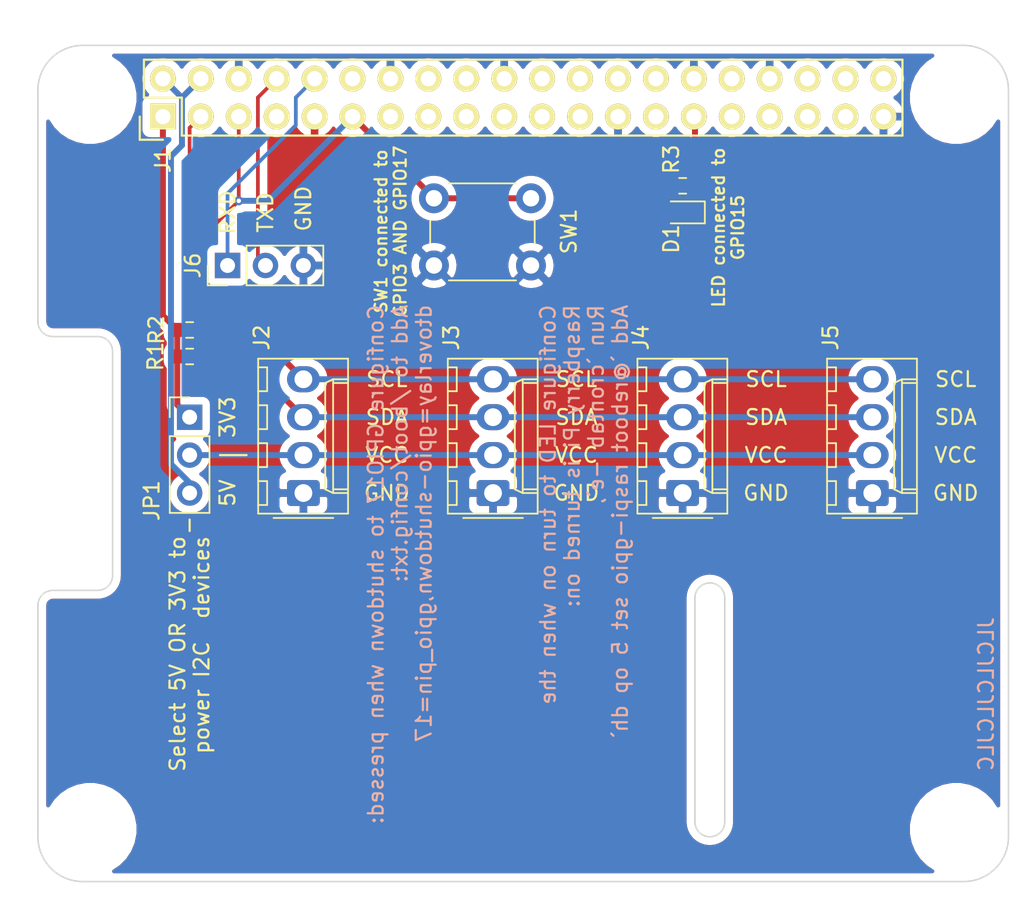
<source format=kicad_pcb>
(kicad_pcb (version 20171130) (host pcbnew "(5.1.7)-1")

  (general
    (thickness 1.6)
    (drawings 49)
    (tracks 45)
    (zones 0)
    (modules 16)
    (nets 34)
  )

  (page A4)
  (layers
    (0 F.Cu signal)
    (31 B.Cu signal)
    (32 B.Adhes user)
    (33 F.Adhes user)
    (34 B.Paste user)
    (35 F.Paste user)
    (36 B.SilkS user)
    (37 F.SilkS user)
    (38 B.Mask user)
    (39 F.Mask user)
    (40 Dwgs.User user)
    (41 Cmts.User user)
    (42 Eco1.User user)
    (43 Eco2.User user)
    (44 Edge.Cuts user)
    (45 Margin user)
    (46 B.CrtYd user)
    (47 F.CrtYd user)
    (48 B.Fab user hide)
    (49 F.Fab user hide)
  )

  (setup
    (last_trace_width 0.25)
    (user_trace_width 0.4)
    (trace_clearance 0.2)
    (zone_clearance 0.508)
    (zone_45_only no)
    (trace_min 0.01)
    (via_size 0.6)
    (via_drill 0.4)
    (via_min_size 0.4)
    (via_min_drill 0.3)
    (user_via 0.6 0.3)
    (uvia_size 0.3)
    (uvia_drill 0.1)
    (uvias_allowed no)
    (uvia_min_size 0.2)
    (uvia_min_drill 0.1)
    (edge_width 0.1)
    (segment_width 0.2)
    (pcb_text_width 0.3)
    (pcb_text_size 1.5 1.5)
    (mod_edge_width 0.15)
    (mod_text_size 1 1)
    (mod_text_width 0.15)
    (pad_size 2.75 2.75)
    (pad_drill 2.75)
    (pad_to_mask_clearance 0)
    (aux_axis_origin 0 0)
    (visible_elements 7FFEFFFF)
    (pcbplotparams
      (layerselection 0x010f0_ffffffff)
      (usegerberextensions true)
      (usegerberattributes false)
      (usegerberadvancedattributes false)
      (creategerberjobfile false)
      (excludeedgelayer true)
      (linewidth 0.100000)
      (plotframeref false)
      (viasonmask false)
      (mode 1)
      (useauxorigin false)
      (hpglpennumber 1)
      (hpglpenspeed 20)
      (hpglpendiameter 15.000000)
      (psnegative false)
      (psa4output false)
      (plotreference true)
      (plotvalue false)
      (plotinvisibletext false)
      (padsonsilk false)
      (subtractmaskfromsilk true)
      (outputformat 1)
      (mirror false)
      (drillshape 0)
      (scaleselection 1)
      (outputdirectory "gerbers"))
  )

  (net 0 "")
  (net 1 "Net-(J1-Pad36)")
  (net 2 "Net-(J1-Pad40)")
  (net 3 "Net-(J1-Pad38)")
  (net 4 "Net-(J1-Pad18)")
  (net 5 "Net-(J1-Pad24)")
  (net 6 "Net-(J1-Pad22)")
  (net 7 "Net-(J1-Pad32)")
  (net 8 "Net-(J1-Pad28)")
  (net 9 "Net-(J1-Pad26)")
  (net 10 "Net-(J1-Pad12)")
  (net 11 "Net-(J1-Pad16)")
  (net 12 "Net-(J1-Pad37)")
  (net 13 "Net-(J1-Pad33)")
  (net 14 "Net-(J1-Pad35)")
  (net 15 "Net-(J1-Pad27)")
  (net 16 "Net-(J1-Pad31)")
  (net 17 "Net-(J1-Pad23)")
  (net 18 "Net-(J1-Pad21)")
  (net 19 "Net-(J1-Pad17)")
  (net 20 "Net-(J1-Pad19)")
  (net 21 "Net-(J1-Pad7)")
  (net 22 "Net-(J1-Pad15)")
  (net 23 "Net-(J1-Pad13)")
  (net 24 "Net-(J2-Pad2)")
  (net 25 "Net-(D1-Pad2)")
  (net 26 GND)
  (net 27 /LED_POWER_INDICATOR)
  (net 28 +3V3)
  (net 29 /GPIO_SHUTDOWN)
  (net 30 /UART_RXD)
  (net 31 /UART_TXD)
  (net 32 +5V)
  (net 33 /I2C_SDA)

  (net_class Default "This is the default net class."
    (clearance 0.2)
    (trace_width 0.25)
    (via_dia 0.6)
    (via_drill 0.4)
    (uvia_dia 0.3)
    (uvia_drill 0.1)
    (add_net +3V3)
    (add_net +5V)
    (add_net /GPIO_SHUTDOWN)
    (add_net /I2C_SDA)
    (add_net /LED_POWER_INDICATOR)
    (add_net /UART_RXD)
    (add_net /UART_TXD)
    (add_net GND)
    (add_net "Net-(D1-Pad2)")
    (add_net "Net-(J1-Pad12)")
    (add_net "Net-(J1-Pad13)")
    (add_net "Net-(J1-Pad15)")
    (add_net "Net-(J1-Pad16)")
    (add_net "Net-(J1-Pad17)")
    (add_net "Net-(J1-Pad18)")
    (add_net "Net-(J1-Pad19)")
    (add_net "Net-(J1-Pad21)")
    (add_net "Net-(J1-Pad22)")
    (add_net "Net-(J1-Pad23)")
    (add_net "Net-(J1-Pad24)")
    (add_net "Net-(J1-Pad26)")
    (add_net "Net-(J1-Pad27)")
    (add_net "Net-(J1-Pad28)")
    (add_net "Net-(J1-Pad31)")
    (add_net "Net-(J1-Pad32)")
    (add_net "Net-(J1-Pad33)")
    (add_net "Net-(J1-Pad35)")
    (add_net "Net-(J1-Pad36)")
    (add_net "Net-(J1-Pad37)")
    (add_net "Net-(J1-Pad38)")
    (add_net "Net-(J1-Pad40)")
    (add_net "Net-(J1-Pad7)")
    (add_net "Net-(J2-Pad2)")
  )

  (module Button_Switch_THT:SW_PUSH_6mm (layer F.Cu) (tedit 5A02FE31) (tstamp 609B1B9F)
    (at 144.78 91.44 180)
    (descr https://www.omron.com/ecb/products/pdf/en-b3f.pdf)
    (tags "tact sw push 6mm")
    (path /60AB955A)
    (fp_text reference SW1 (at -2.54 2.286 90) (layer F.SilkS)
      (effects (font (size 1 1) (thickness 0.15)))
    )
    (fp_text value Power (at 3.75 6.7) (layer F.Fab)
      (effects (font (size 1 1) (thickness 0.15)))
    )
    (fp_circle (center 3.25 2.25) (end 1.25 2.5) (layer F.Fab) (width 0.1))
    (fp_line (start 6.75 3) (end 6.75 1.5) (layer F.SilkS) (width 0.12))
    (fp_line (start 5.5 -1) (end 1 -1) (layer F.SilkS) (width 0.12))
    (fp_line (start -0.25 1.5) (end -0.25 3) (layer F.SilkS) (width 0.12))
    (fp_line (start 1 5.5) (end 5.5 5.5) (layer F.SilkS) (width 0.12))
    (fp_line (start 8 -1.25) (end 8 5.75) (layer F.CrtYd) (width 0.05))
    (fp_line (start 7.75 6) (end -1.25 6) (layer F.CrtYd) (width 0.05))
    (fp_line (start -1.5 5.75) (end -1.5 -1.25) (layer F.CrtYd) (width 0.05))
    (fp_line (start -1.25 -1.5) (end 7.75 -1.5) (layer F.CrtYd) (width 0.05))
    (fp_line (start -1.5 6) (end -1.25 6) (layer F.CrtYd) (width 0.05))
    (fp_line (start -1.5 5.75) (end -1.5 6) (layer F.CrtYd) (width 0.05))
    (fp_line (start -1.5 -1.5) (end -1.25 -1.5) (layer F.CrtYd) (width 0.05))
    (fp_line (start -1.5 -1.25) (end -1.5 -1.5) (layer F.CrtYd) (width 0.05))
    (fp_line (start 8 -1.5) (end 8 -1.25) (layer F.CrtYd) (width 0.05))
    (fp_line (start 7.75 -1.5) (end 8 -1.5) (layer F.CrtYd) (width 0.05))
    (fp_line (start 8 6) (end 8 5.75) (layer F.CrtYd) (width 0.05))
    (fp_line (start 7.75 6) (end 8 6) (layer F.CrtYd) (width 0.05))
    (fp_line (start 0.25 -0.75) (end 3.25 -0.75) (layer F.Fab) (width 0.1))
    (fp_line (start 0.25 5.25) (end 0.25 -0.75) (layer F.Fab) (width 0.1))
    (fp_line (start 6.25 5.25) (end 0.25 5.25) (layer F.Fab) (width 0.1))
    (fp_line (start 6.25 -0.75) (end 6.25 5.25) (layer F.Fab) (width 0.1))
    (fp_line (start 3.25 -0.75) (end 6.25 -0.75) (layer F.Fab) (width 0.1))
    (fp_text user %R (at 3.25 2.25) (layer F.Fab)
      (effects (font (size 1 1) (thickness 0.15)))
    )
    (pad 1 thru_hole circle (at 6.5 0 270) (size 2 2) (drill 1.1) (layers *.Cu *.Mask)
      (net 26 GND))
    (pad 2 thru_hole circle (at 6.5 4.5 270) (size 2 2) (drill 1.1) (layers *.Cu *.Mask)
      (net 29 /GPIO_SHUTDOWN))
    (pad 1 thru_hole circle (at 0 0 270) (size 2 2) (drill 1.1) (layers *.Cu *.Mask)
      (net 26 GND))
    (pad 2 thru_hole circle (at 0 4.5 270) (size 2 2) (drill 1.1) (layers *.Cu *.Mask)
      (net 29 /GPIO_SHUTDOWN))
    (model ${KISYS3DMOD}/Button_Switch_THT.3dshapes/SW_PUSH_6mm.wrl
      (at (xyz 0 0 0))
      (scale (xyz 1 1 1))
      (rotate (xyz 0 0 0))
    )
  )

  (module Resistor_SMD:R_0603_1608Metric (layer F.Cu) (tedit 5F68FEEE) (tstamp 609B1B80)
    (at 154.94 86.106 180)
    (descr "Resistor SMD 0603 (1608 Metric), square (rectangular) end terminal, IPC_7351 nominal, (Body size source: IPC-SM-782 page 72, https://www.pcb-3d.com/wordpress/wp-content/uploads/ipc-sm-782a_amendment_1_and_2.pdf), generated with kicad-footprint-generator")
    (tags resistor)
    (path /60ACD1A9)
    (attr smd)
    (fp_text reference R3 (at 0.762 1.778 90) (layer F.SilkS)
      (effects (font (size 1 1) (thickness 0.15)))
    )
    (fp_text value 1k (at 0 1.43) (layer F.Fab)
      (effects (font (size 1 1) (thickness 0.15)))
    )
    (fp_line (start 1.48 0.73) (end -1.48 0.73) (layer F.CrtYd) (width 0.05))
    (fp_line (start 1.48 -0.73) (end 1.48 0.73) (layer F.CrtYd) (width 0.05))
    (fp_line (start -1.48 -0.73) (end 1.48 -0.73) (layer F.CrtYd) (width 0.05))
    (fp_line (start -1.48 0.73) (end -1.48 -0.73) (layer F.CrtYd) (width 0.05))
    (fp_line (start -0.237258 0.5225) (end 0.237258 0.5225) (layer F.SilkS) (width 0.12))
    (fp_line (start -0.237258 -0.5225) (end 0.237258 -0.5225) (layer F.SilkS) (width 0.12))
    (fp_line (start 0.8 0.4125) (end -0.8 0.4125) (layer F.Fab) (width 0.1))
    (fp_line (start 0.8 -0.4125) (end 0.8 0.4125) (layer F.Fab) (width 0.1))
    (fp_line (start -0.8 -0.4125) (end 0.8 -0.4125) (layer F.Fab) (width 0.1))
    (fp_line (start -0.8 0.4125) (end -0.8 -0.4125) (layer F.Fab) (width 0.1))
    (fp_text user %R (at 0 0) (layer F.Fab)
      (effects (font (size 0.4 0.4) (thickness 0.06)))
    )
    (pad 2 smd roundrect (at 0.825 0 180) (size 0.8 0.95) (layers F.Cu F.Paste F.Mask) (roundrect_rratio 0.25)
      (net 25 "Net-(D1-Pad2)"))
    (pad 1 smd roundrect (at -0.825 0 180) (size 0.8 0.95) (layers F.Cu F.Paste F.Mask) (roundrect_rratio 0.25)
      (net 27 /LED_POWER_INDICATOR))
    (model ${KISYS3DMOD}/Resistor_SMD.3dshapes/R_0603_1608Metric.wrl
      (at (xyz 0 0 0))
      (scale (xyz 1 1 1))
      (rotate (xyz 0 0 0))
    )
  )

  (module Resistor_SMD:R_0603_1608Metric (layer F.Cu) (tedit 5F68FEEE) (tstamp 609B3AB4)
    (at 121.92 95.758)
    (descr "Resistor SMD 0603 (1608 Metric), square (rectangular) end terminal, IPC_7351 nominal, (Body size source: IPC-SM-782 page 72, https://www.pcb-3d.com/wordpress/wp-content/uploads/ipc-sm-782a_amendment_1_and_2.pdf), generated with kicad-footprint-generator")
    (tags resistor)
    (path /60A59E60)
    (attr smd)
    (fp_text reference R2 (at -2.223 0 90) (layer F.SilkS)
      (effects (font (size 1 1) (thickness 0.15)))
    )
    (fp_text value DNP (at 0 1.43) (layer F.Fab)
      (effects (font (size 1 1) (thickness 0.15)))
    )
    (fp_line (start 1.48 0.73) (end -1.48 0.73) (layer F.CrtYd) (width 0.05))
    (fp_line (start 1.48 -0.73) (end 1.48 0.73) (layer F.CrtYd) (width 0.05))
    (fp_line (start -1.48 -0.73) (end 1.48 -0.73) (layer F.CrtYd) (width 0.05))
    (fp_line (start -1.48 0.73) (end -1.48 -0.73) (layer F.CrtYd) (width 0.05))
    (fp_line (start -0.237258 0.5225) (end 0.237258 0.5225) (layer F.SilkS) (width 0.12))
    (fp_line (start -0.237258 -0.5225) (end 0.237258 -0.5225) (layer F.SilkS) (width 0.12))
    (fp_line (start 0.8 0.4125) (end -0.8 0.4125) (layer F.Fab) (width 0.1))
    (fp_line (start 0.8 -0.4125) (end 0.8 0.4125) (layer F.Fab) (width 0.1))
    (fp_line (start -0.8 -0.4125) (end 0.8 -0.4125) (layer F.Fab) (width 0.1))
    (fp_line (start -0.8 0.4125) (end -0.8 -0.4125) (layer F.Fab) (width 0.1))
    (fp_text user %R (at 0 0) (layer F.Fab)
      (effects (font (size 0.4 0.4) (thickness 0.06)))
    )
    (pad 2 smd roundrect (at 0.825 0) (size 0.8 0.95) (layers F.Cu F.Paste F.Mask) (roundrect_rratio 0.25)
      (net 29 /GPIO_SHUTDOWN))
    (pad 1 smd roundrect (at -0.825 0) (size 0.8 0.95) (layers F.Cu F.Paste F.Mask) (roundrect_rratio 0.25)
      (net 28 +3V3))
    (model ${KISYS3DMOD}/Resistor_SMD.3dshapes/R_0603_1608Metric.wrl
      (at (xyz 0 0 0))
      (scale (xyz 1 1 1))
      (rotate (xyz 0 0 0))
    )
  )

  (module Resistor_SMD:R_0603_1608Metric (layer F.Cu) (tedit 5F68FEEE) (tstamp 609B1B5E)
    (at 121.92 97.536)
    (descr "Resistor SMD 0603 (1608 Metric), square (rectangular) end terminal, IPC_7351 nominal, (Body size source: IPC-SM-782 page 72, https://www.pcb-3d.com/wordpress/wp-content/uploads/ipc-sm-782a_amendment_1_and_2.pdf), generated with kicad-footprint-generator")
    (tags resistor)
    (path /60A595C2)
    (attr smd)
    (fp_text reference R1 (at -2.286 0 90) (layer F.SilkS)
      (effects (font (size 1 1) (thickness 0.15)))
    )
    (fp_text value DNP (at 0 1.43) (layer F.Fab)
      (effects (font (size 1 1) (thickness 0.15)))
    )
    (fp_line (start 1.48 0.73) (end -1.48 0.73) (layer F.CrtYd) (width 0.05))
    (fp_line (start 1.48 -0.73) (end 1.48 0.73) (layer F.CrtYd) (width 0.05))
    (fp_line (start -1.48 -0.73) (end 1.48 -0.73) (layer F.CrtYd) (width 0.05))
    (fp_line (start -1.48 0.73) (end -1.48 -0.73) (layer F.CrtYd) (width 0.05))
    (fp_line (start -0.237258 0.5225) (end 0.237258 0.5225) (layer F.SilkS) (width 0.12))
    (fp_line (start -0.237258 -0.5225) (end 0.237258 -0.5225) (layer F.SilkS) (width 0.12))
    (fp_line (start 0.8 0.4125) (end -0.8 0.4125) (layer F.Fab) (width 0.1))
    (fp_line (start 0.8 -0.4125) (end 0.8 0.4125) (layer F.Fab) (width 0.1))
    (fp_line (start -0.8 -0.4125) (end 0.8 -0.4125) (layer F.Fab) (width 0.1))
    (fp_line (start -0.8 0.4125) (end -0.8 -0.4125) (layer F.Fab) (width 0.1))
    (fp_text user %R (at 0 0) (layer F.Fab)
      (effects (font (size 0.4 0.4) (thickness 0.06)))
    )
    (pad 2 smd roundrect (at 0.825 0) (size 0.8 0.95) (layers F.Cu F.Paste F.Mask) (roundrect_rratio 0.25)
      (net 33 /I2C_SDA))
    (pad 1 smd roundrect (at -0.825 0) (size 0.8 0.95) (layers F.Cu F.Paste F.Mask) (roundrect_rratio 0.25)
      (net 28 +3V3))
    (model ${KISYS3DMOD}/Resistor_SMD.3dshapes/R_0603_1608Metric.wrl
      (at (xyz 0 0 0))
      (scale (xyz 1 1 1))
      (rotate (xyz 0 0 0))
    )
  )

  (module Connector_PinHeader_2.54mm:PinHeader_1x03_P2.54mm_Vertical (layer F.Cu) (tedit 59FED5CC) (tstamp 609B1B4D)
    (at 121.92 101.6)
    (descr "Through hole straight pin header, 1x03, 2.54mm pitch, single row")
    (tags "Through hole pin header THT 1x03 2.54mm single row")
    (path /60A9042F)
    (fp_text reference JP1 (at -2.54 5.588 90) (layer F.SilkS)
      (effects (font (size 1 1) (thickness 0.15)))
    )
    (fp_text value Power (at 0 7.41) (layer F.Fab)
      (effects (font (size 1 1) (thickness 0.15)))
    )
    (fp_line (start 1.8 -1.8) (end -1.8 -1.8) (layer F.CrtYd) (width 0.05))
    (fp_line (start 1.8 6.85) (end 1.8 -1.8) (layer F.CrtYd) (width 0.05))
    (fp_line (start -1.8 6.85) (end 1.8 6.85) (layer F.CrtYd) (width 0.05))
    (fp_line (start -1.8 -1.8) (end -1.8 6.85) (layer F.CrtYd) (width 0.05))
    (fp_line (start -1.33 -1.33) (end 0 -1.33) (layer F.SilkS) (width 0.12))
    (fp_line (start -1.33 0) (end -1.33 -1.33) (layer F.SilkS) (width 0.12))
    (fp_line (start -1.33 1.27) (end 1.33 1.27) (layer F.SilkS) (width 0.12))
    (fp_line (start 1.33 1.27) (end 1.33 6.41) (layer F.SilkS) (width 0.12))
    (fp_line (start -1.33 1.27) (end -1.33 6.41) (layer F.SilkS) (width 0.12))
    (fp_line (start -1.33 6.41) (end 1.33 6.41) (layer F.SilkS) (width 0.12))
    (fp_line (start -1.27 -0.635) (end -0.635 -1.27) (layer F.Fab) (width 0.1))
    (fp_line (start -1.27 6.35) (end -1.27 -0.635) (layer F.Fab) (width 0.1))
    (fp_line (start 1.27 6.35) (end -1.27 6.35) (layer F.Fab) (width 0.1))
    (fp_line (start 1.27 -1.27) (end 1.27 6.35) (layer F.Fab) (width 0.1))
    (fp_line (start -0.635 -1.27) (end 1.27 -1.27) (layer F.Fab) (width 0.1))
    (fp_text user %R (at 0 2.54 90) (layer F.Fab)
      (effects (font (size 1 1) (thickness 0.15)))
    )
    (pad 3 thru_hole oval (at 0 5.08) (size 1.7 1.7) (drill 1) (layers *.Cu *.Mask)
      (net 32 +5V))
    (pad 2 thru_hole oval (at 0 2.54) (size 1.7 1.7) (drill 1) (layers *.Cu *.Mask)
      (net 24 "Net-(J2-Pad2)"))
    (pad 1 thru_hole rect (at 0 0) (size 1.7 1.7) (drill 1) (layers *.Cu *.Mask)
      (net 28 +3V3))
    (model ${KISYS3DMOD}/Connector_PinHeader_2.54mm.3dshapes/PinHeader_1x03_P2.54mm_Vertical.wrl
      (at (xyz 0 0 0))
      (scale (xyz 1 1 1))
      (rotate (xyz 0 0 0))
    )
  )

  (module Connector_PinHeader_2.54mm:PinHeader_1x03_P2.54mm_Vertical (layer F.Cu) (tedit 59FED5CC) (tstamp 609B1B36)
    (at 124.46 91.44 90)
    (descr "Through hole straight pin header, 1x03, 2.54mm pitch, single row")
    (tags "Through hole pin header THT 1x03 2.54mm single row")
    (path /60AA56A2)
    (fp_text reference J6 (at 0 -2.33 90) (layer F.SilkS)
      (effects (font (size 1 1) (thickness 0.15)))
    )
    (fp_text value UART (at 0 7.41 90) (layer F.Fab)
      (effects (font (size 1 1) (thickness 0.15)))
    )
    (fp_line (start 1.8 -1.8) (end -1.8 -1.8) (layer F.CrtYd) (width 0.05))
    (fp_line (start 1.8 6.85) (end 1.8 -1.8) (layer F.CrtYd) (width 0.05))
    (fp_line (start -1.8 6.85) (end 1.8 6.85) (layer F.CrtYd) (width 0.05))
    (fp_line (start -1.8 -1.8) (end -1.8 6.85) (layer F.CrtYd) (width 0.05))
    (fp_line (start -1.33 -1.33) (end 0 -1.33) (layer F.SilkS) (width 0.12))
    (fp_line (start -1.33 0) (end -1.33 -1.33) (layer F.SilkS) (width 0.12))
    (fp_line (start -1.33 1.27) (end 1.33 1.27) (layer F.SilkS) (width 0.12))
    (fp_line (start 1.33 1.27) (end 1.33 6.41) (layer F.SilkS) (width 0.12))
    (fp_line (start -1.33 1.27) (end -1.33 6.41) (layer F.SilkS) (width 0.12))
    (fp_line (start -1.33 6.41) (end 1.33 6.41) (layer F.SilkS) (width 0.12))
    (fp_line (start -1.27 -0.635) (end -0.635 -1.27) (layer F.Fab) (width 0.1))
    (fp_line (start -1.27 6.35) (end -1.27 -0.635) (layer F.Fab) (width 0.1))
    (fp_line (start 1.27 6.35) (end -1.27 6.35) (layer F.Fab) (width 0.1))
    (fp_line (start 1.27 -1.27) (end 1.27 6.35) (layer F.Fab) (width 0.1))
    (fp_line (start -0.635 -1.27) (end 1.27 -1.27) (layer F.Fab) (width 0.1))
    (fp_text user %R (at 0 2.54) (layer F.Fab)
      (effects (font (size 1 1) (thickness 0.15)))
    )
    (pad 3 thru_hole oval (at 0 5.08 90) (size 1.7 1.7) (drill 1) (layers *.Cu *.Mask)
      (net 26 GND))
    (pad 2 thru_hole oval (at 0 2.54 90) (size 1.7 1.7) (drill 1) (layers *.Cu *.Mask)
      (net 31 /UART_TXD))
    (pad 1 thru_hole rect (at 0 0 90) (size 1.7 1.7) (drill 1) (layers *.Cu *.Mask)
      (net 30 /UART_RXD))
    (model ${KISYS3DMOD}/Connector_PinHeader_2.54mm.3dshapes/PinHeader_1x03_P2.54mm_Vertical.wrl
      (at (xyz 0 0 0))
      (scale (xyz 1 1 1))
      (rotate (xyz 0 0 0))
    )
  )

  (module Connector_Molex:Molex_KK-254_AE-6410-04A_1x04_P2.54mm_Vertical (layer F.Cu) (tedit 5EA53D3B) (tstamp 609B1B1F)
    (at 167.64 106.68 90)
    (descr "Molex KK-254 Interconnect System, old/engineering part number: AE-6410-04A example for new part number: 22-27-2041, 4 Pins (http://www.molex.com/pdm_docs/sd/022272021_sd.pdf), generated with kicad-footprint-generator")
    (tags "connector Molex KK-254 vertical")
    (path /60A60DEB)
    (fp_text reference J5 (at 10.414 -2.794 90) (layer F.SilkS)
      (effects (font (size 1 1) (thickness 0.15)))
    )
    (fp_text value I2C_3 (at 3.81 4.08 90) (layer F.Fab)
      (effects (font (size 1 1) (thickness 0.15)))
    )
    (fp_line (start 9.39 -3.42) (end -1.77 -3.42) (layer F.CrtYd) (width 0.05))
    (fp_line (start 9.39 3.38) (end 9.39 -3.42) (layer F.CrtYd) (width 0.05))
    (fp_line (start -1.77 3.38) (end 9.39 3.38) (layer F.CrtYd) (width 0.05))
    (fp_line (start -1.77 -3.42) (end -1.77 3.38) (layer F.CrtYd) (width 0.05))
    (fp_line (start 8.42 -2.43) (end 8.42 -3.03) (layer F.SilkS) (width 0.12))
    (fp_line (start 6.82 -2.43) (end 8.42 -2.43) (layer F.SilkS) (width 0.12))
    (fp_line (start 6.82 -3.03) (end 6.82 -2.43) (layer F.SilkS) (width 0.12))
    (fp_line (start 5.88 -2.43) (end 5.88 -3.03) (layer F.SilkS) (width 0.12))
    (fp_line (start 4.28 -2.43) (end 5.88 -2.43) (layer F.SilkS) (width 0.12))
    (fp_line (start 4.28 -3.03) (end 4.28 -2.43) (layer F.SilkS) (width 0.12))
    (fp_line (start 3.34 -2.43) (end 3.34 -3.03) (layer F.SilkS) (width 0.12))
    (fp_line (start 1.74 -2.43) (end 3.34 -2.43) (layer F.SilkS) (width 0.12))
    (fp_line (start 1.74 -3.03) (end 1.74 -2.43) (layer F.SilkS) (width 0.12))
    (fp_line (start 0.8 -2.43) (end 0.8 -3.03) (layer F.SilkS) (width 0.12))
    (fp_line (start -0.8 -2.43) (end 0.8 -2.43) (layer F.SilkS) (width 0.12))
    (fp_line (start -0.8 -3.03) (end -0.8 -2.43) (layer F.SilkS) (width 0.12))
    (fp_line (start 7.37 2.99) (end 7.37 1.99) (layer F.SilkS) (width 0.12))
    (fp_line (start 0.25 2.99) (end 0.25 1.99) (layer F.SilkS) (width 0.12))
    (fp_line (start 7.37 1.46) (end 7.62 1.99) (layer F.SilkS) (width 0.12))
    (fp_line (start 0.25 1.46) (end 7.37 1.46) (layer F.SilkS) (width 0.12))
    (fp_line (start 0 1.99) (end 0.25 1.46) (layer F.SilkS) (width 0.12))
    (fp_line (start 7.62 1.99) (end 7.62 2.99) (layer F.SilkS) (width 0.12))
    (fp_line (start 0 1.99) (end 7.62 1.99) (layer F.SilkS) (width 0.12))
    (fp_line (start 0 2.99) (end 0 1.99) (layer F.SilkS) (width 0.12))
    (fp_line (start -0.562893 0) (end -1.27 0.5) (layer F.Fab) (width 0.1))
    (fp_line (start -1.27 -0.5) (end -0.562893 0) (layer F.Fab) (width 0.1))
    (fp_line (start -1.67 -2) (end -1.67 2) (layer F.SilkS) (width 0.12))
    (fp_line (start 9 -3.03) (end -1.38 -3.03) (layer F.SilkS) (width 0.12))
    (fp_line (start 9 2.99) (end 9 -3.03) (layer F.SilkS) (width 0.12))
    (fp_line (start -1.38 2.99) (end 9 2.99) (layer F.SilkS) (width 0.12))
    (fp_line (start -1.38 -3.03) (end -1.38 2.99) (layer F.SilkS) (width 0.12))
    (fp_line (start 8.89 -2.92) (end -1.27 -2.92) (layer F.Fab) (width 0.1))
    (fp_line (start 8.89 2.88) (end 8.89 -2.92) (layer F.Fab) (width 0.1))
    (fp_line (start -1.27 2.88) (end 8.89 2.88) (layer F.Fab) (width 0.1))
    (fp_line (start -1.27 -2.92) (end -1.27 2.88) (layer F.Fab) (width 0.1))
    (fp_text user %R (at 3.81 -2.22 90) (layer F.Fab)
      (effects (font (size 1 1) (thickness 0.15)))
    )
    (pad 4 thru_hole oval (at 7.62 0 90) (size 1.74 2.19) (drill 1.19) (layers *.Cu *.Mask)
      (net 29 /GPIO_SHUTDOWN))
    (pad 3 thru_hole oval (at 5.08 0 90) (size 1.74 2.19) (drill 1.19) (layers *.Cu *.Mask)
      (net 33 /I2C_SDA))
    (pad 2 thru_hole oval (at 2.54 0 90) (size 1.74 2.19) (drill 1.19) (layers *.Cu *.Mask)
      (net 24 "Net-(J2-Pad2)"))
    (pad 1 thru_hole roundrect (at 0 0 90) (size 1.74 2.19) (drill 1.19) (layers *.Cu *.Mask) (roundrect_rratio 0.1436775862068966)
      (net 26 GND))
    (model ${KISYS3DMOD}/Connector_Molex.3dshapes/Molex_KK-254_AE-6410-04A_1x04_P2.54mm_Vertical.wrl
      (at (xyz 0 0 0))
      (scale (xyz 1 1 1))
      (rotate (xyz 0 0 0))
    )
  )

  (module Connector_Molex:Molex_KK-254_AE-6410-04A_1x04_P2.54mm_Vertical (layer F.Cu) (tedit 5EA53D3B) (tstamp 609B1AF3)
    (at 154.94 106.68 90)
    (descr "Molex KK-254 Interconnect System, old/engineering part number: AE-6410-04A example for new part number: 22-27-2041, 4 Pins (http://www.molex.com/pdm_docs/sd/022272021_sd.pdf), generated with kicad-footprint-generator")
    (tags "connector Molex KK-254 vertical")
    (path /60A604CB)
    (fp_text reference J4 (at 10.414 -2.794 90) (layer F.SilkS)
      (effects (font (size 1 1) (thickness 0.15)))
    )
    (fp_text value I2C_2 (at 3.81 4.08 90) (layer F.Fab)
      (effects (font (size 1 1) (thickness 0.15)))
    )
    (fp_line (start 9.39 -3.42) (end -1.77 -3.42) (layer F.CrtYd) (width 0.05))
    (fp_line (start 9.39 3.38) (end 9.39 -3.42) (layer F.CrtYd) (width 0.05))
    (fp_line (start -1.77 3.38) (end 9.39 3.38) (layer F.CrtYd) (width 0.05))
    (fp_line (start -1.77 -3.42) (end -1.77 3.38) (layer F.CrtYd) (width 0.05))
    (fp_line (start 8.42 -2.43) (end 8.42 -3.03) (layer F.SilkS) (width 0.12))
    (fp_line (start 6.82 -2.43) (end 8.42 -2.43) (layer F.SilkS) (width 0.12))
    (fp_line (start 6.82 -3.03) (end 6.82 -2.43) (layer F.SilkS) (width 0.12))
    (fp_line (start 5.88 -2.43) (end 5.88 -3.03) (layer F.SilkS) (width 0.12))
    (fp_line (start 4.28 -2.43) (end 5.88 -2.43) (layer F.SilkS) (width 0.12))
    (fp_line (start 4.28 -3.03) (end 4.28 -2.43) (layer F.SilkS) (width 0.12))
    (fp_line (start 3.34 -2.43) (end 3.34 -3.03) (layer F.SilkS) (width 0.12))
    (fp_line (start 1.74 -2.43) (end 3.34 -2.43) (layer F.SilkS) (width 0.12))
    (fp_line (start 1.74 -3.03) (end 1.74 -2.43) (layer F.SilkS) (width 0.12))
    (fp_line (start 0.8 -2.43) (end 0.8 -3.03) (layer F.SilkS) (width 0.12))
    (fp_line (start -0.8 -2.43) (end 0.8 -2.43) (layer F.SilkS) (width 0.12))
    (fp_line (start -0.8 -3.03) (end -0.8 -2.43) (layer F.SilkS) (width 0.12))
    (fp_line (start 7.37 2.99) (end 7.37 1.99) (layer F.SilkS) (width 0.12))
    (fp_line (start 0.25 2.99) (end 0.25 1.99) (layer F.SilkS) (width 0.12))
    (fp_line (start 7.37 1.46) (end 7.62 1.99) (layer F.SilkS) (width 0.12))
    (fp_line (start 0.25 1.46) (end 7.37 1.46) (layer F.SilkS) (width 0.12))
    (fp_line (start 0 1.99) (end 0.25 1.46) (layer F.SilkS) (width 0.12))
    (fp_line (start 7.62 1.99) (end 7.62 2.99) (layer F.SilkS) (width 0.12))
    (fp_line (start 0 1.99) (end 7.62 1.99) (layer F.SilkS) (width 0.12))
    (fp_line (start 0 2.99) (end 0 1.99) (layer F.SilkS) (width 0.12))
    (fp_line (start -0.562893 0) (end -1.27 0.5) (layer F.Fab) (width 0.1))
    (fp_line (start -1.27 -0.5) (end -0.562893 0) (layer F.Fab) (width 0.1))
    (fp_line (start -1.67 -2) (end -1.67 2) (layer F.SilkS) (width 0.12))
    (fp_line (start 9 -3.03) (end -1.38 -3.03) (layer F.SilkS) (width 0.12))
    (fp_line (start 9 2.99) (end 9 -3.03) (layer F.SilkS) (width 0.12))
    (fp_line (start -1.38 2.99) (end 9 2.99) (layer F.SilkS) (width 0.12))
    (fp_line (start -1.38 -3.03) (end -1.38 2.99) (layer F.SilkS) (width 0.12))
    (fp_line (start 8.89 -2.92) (end -1.27 -2.92) (layer F.Fab) (width 0.1))
    (fp_line (start 8.89 2.88) (end 8.89 -2.92) (layer F.Fab) (width 0.1))
    (fp_line (start -1.27 2.88) (end 8.89 2.88) (layer F.Fab) (width 0.1))
    (fp_line (start -1.27 -2.92) (end -1.27 2.88) (layer F.Fab) (width 0.1))
    (fp_text user %R (at 3.81 -2.22 90) (layer F.Fab)
      (effects (font (size 1 1) (thickness 0.15)))
    )
    (pad 4 thru_hole oval (at 7.62 0 90) (size 1.74 2.19) (drill 1.19) (layers *.Cu *.Mask)
      (net 29 /GPIO_SHUTDOWN))
    (pad 3 thru_hole oval (at 5.08 0 90) (size 1.74 2.19) (drill 1.19) (layers *.Cu *.Mask)
      (net 33 /I2C_SDA))
    (pad 2 thru_hole oval (at 2.54 0 90) (size 1.74 2.19) (drill 1.19) (layers *.Cu *.Mask)
      (net 24 "Net-(J2-Pad2)"))
    (pad 1 thru_hole roundrect (at 0 0 90) (size 1.74 2.19) (drill 1.19) (layers *.Cu *.Mask) (roundrect_rratio 0.1436775862068966)
      (net 26 GND))
    (model ${KISYS3DMOD}/Connector_Molex.3dshapes/Molex_KK-254_AE-6410-04A_1x04_P2.54mm_Vertical.wrl
      (at (xyz 0 0 0))
      (scale (xyz 1 1 1))
      (rotate (xyz 0 0 0))
    )
  )

  (module Connector_Molex:Molex_KK-254_AE-6410-04A_1x04_P2.54mm_Vertical (layer F.Cu) (tedit 5EA53D3B) (tstamp 609B1AC7)
    (at 142.24 106.68 90)
    (descr "Molex KK-254 Interconnect System, old/engineering part number: AE-6410-04A example for new part number: 22-27-2041, 4 Pins (http://www.molex.com/pdm_docs/sd/022272021_sd.pdf), generated with kicad-footprint-generator")
    (tags "connector Molex KK-254 vertical")
    (path /60A5FD23)
    (fp_text reference J3 (at 10.414 -2.794 90) (layer F.SilkS)
      (effects (font (size 1 1) (thickness 0.15)))
    )
    (fp_text value I2C_1 (at 3.81 4.08 90) (layer F.Fab)
      (effects (font (size 1 1) (thickness 0.15)))
    )
    (fp_line (start 9.39 -3.42) (end -1.77 -3.42) (layer F.CrtYd) (width 0.05))
    (fp_line (start 9.39 3.38) (end 9.39 -3.42) (layer F.CrtYd) (width 0.05))
    (fp_line (start -1.77 3.38) (end 9.39 3.38) (layer F.CrtYd) (width 0.05))
    (fp_line (start -1.77 -3.42) (end -1.77 3.38) (layer F.CrtYd) (width 0.05))
    (fp_line (start 8.42 -2.43) (end 8.42 -3.03) (layer F.SilkS) (width 0.12))
    (fp_line (start 6.82 -2.43) (end 8.42 -2.43) (layer F.SilkS) (width 0.12))
    (fp_line (start 6.82 -3.03) (end 6.82 -2.43) (layer F.SilkS) (width 0.12))
    (fp_line (start 5.88 -2.43) (end 5.88 -3.03) (layer F.SilkS) (width 0.12))
    (fp_line (start 4.28 -2.43) (end 5.88 -2.43) (layer F.SilkS) (width 0.12))
    (fp_line (start 4.28 -3.03) (end 4.28 -2.43) (layer F.SilkS) (width 0.12))
    (fp_line (start 3.34 -2.43) (end 3.34 -3.03) (layer F.SilkS) (width 0.12))
    (fp_line (start 1.74 -2.43) (end 3.34 -2.43) (layer F.SilkS) (width 0.12))
    (fp_line (start 1.74 -3.03) (end 1.74 -2.43) (layer F.SilkS) (width 0.12))
    (fp_line (start 0.8 -2.43) (end 0.8 -3.03) (layer F.SilkS) (width 0.12))
    (fp_line (start -0.8 -2.43) (end 0.8 -2.43) (layer F.SilkS) (width 0.12))
    (fp_line (start -0.8 -3.03) (end -0.8 -2.43) (layer F.SilkS) (width 0.12))
    (fp_line (start 7.37 2.99) (end 7.37 1.99) (layer F.SilkS) (width 0.12))
    (fp_line (start 0.25 2.99) (end 0.25 1.99) (layer F.SilkS) (width 0.12))
    (fp_line (start 7.37 1.46) (end 7.62 1.99) (layer F.SilkS) (width 0.12))
    (fp_line (start 0.25 1.46) (end 7.37 1.46) (layer F.SilkS) (width 0.12))
    (fp_line (start 0 1.99) (end 0.25 1.46) (layer F.SilkS) (width 0.12))
    (fp_line (start 7.62 1.99) (end 7.62 2.99) (layer F.SilkS) (width 0.12))
    (fp_line (start 0 1.99) (end 7.62 1.99) (layer F.SilkS) (width 0.12))
    (fp_line (start 0 2.99) (end 0 1.99) (layer F.SilkS) (width 0.12))
    (fp_line (start -0.562893 0) (end -1.27 0.5) (layer F.Fab) (width 0.1))
    (fp_line (start -1.27 -0.5) (end -0.562893 0) (layer F.Fab) (width 0.1))
    (fp_line (start -1.67 -2) (end -1.67 2) (layer F.SilkS) (width 0.12))
    (fp_line (start 9 -3.03) (end -1.38 -3.03) (layer F.SilkS) (width 0.12))
    (fp_line (start 9 2.99) (end 9 -3.03) (layer F.SilkS) (width 0.12))
    (fp_line (start -1.38 2.99) (end 9 2.99) (layer F.SilkS) (width 0.12))
    (fp_line (start -1.38 -3.03) (end -1.38 2.99) (layer F.SilkS) (width 0.12))
    (fp_line (start 8.89 -2.92) (end -1.27 -2.92) (layer F.Fab) (width 0.1))
    (fp_line (start 8.89 2.88) (end 8.89 -2.92) (layer F.Fab) (width 0.1))
    (fp_line (start -1.27 2.88) (end 8.89 2.88) (layer F.Fab) (width 0.1))
    (fp_line (start -1.27 -2.92) (end -1.27 2.88) (layer F.Fab) (width 0.1))
    (fp_text user %R (at 3.81 -2.22 90) (layer F.Fab)
      (effects (font (size 1 1) (thickness 0.15)))
    )
    (pad 4 thru_hole oval (at 7.62 0 90) (size 1.74 2.19) (drill 1.19) (layers *.Cu *.Mask)
      (net 29 /GPIO_SHUTDOWN))
    (pad 3 thru_hole oval (at 5.08 0 90) (size 1.74 2.19) (drill 1.19) (layers *.Cu *.Mask)
      (net 33 /I2C_SDA))
    (pad 2 thru_hole oval (at 2.54 0 90) (size 1.74 2.19) (drill 1.19) (layers *.Cu *.Mask)
      (net 24 "Net-(J2-Pad2)"))
    (pad 1 thru_hole roundrect (at 0 0 90) (size 1.74 2.19) (drill 1.19) (layers *.Cu *.Mask) (roundrect_rratio 0.1436775862068966)
      (net 26 GND))
    (model ${KISYS3DMOD}/Connector_Molex.3dshapes/Molex_KK-254_AE-6410-04A_1x04_P2.54mm_Vertical.wrl
      (at (xyz 0 0 0))
      (scale (xyz 1 1 1))
      (rotate (xyz 0 0 0))
    )
  )

  (module Connector_Molex:Molex_KK-254_AE-6410-04A_1x04_P2.54mm_Vertical (layer F.Cu) (tedit 5EA53D3B) (tstamp 609B1A9B)
    (at 129.54 106.68 90)
    (descr "Molex KK-254 Interconnect System, old/engineering part number: AE-6410-04A example for new part number: 22-27-2041, 4 Pins (http://www.molex.com/pdm_docs/sd/022272021_sd.pdf), generated with kicad-footprint-generator")
    (tags "connector Molex KK-254 vertical")
    (path /60A5D16F)
    (fp_text reference J2 (at 10.414 -2.794 90) (layer F.SilkS)
      (effects (font (size 1 1) (thickness 0.15)))
    )
    (fp_text value I2C_0 (at 3.81 4.08 90) (layer F.Fab)
      (effects (font (size 1 1) (thickness 0.15)))
    )
    (fp_line (start 9.39 -3.42) (end -1.77 -3.42) (layer F.CrtYd) (width 0.05))
    (fp_line (start 9.39 3.38) (end 9.39 -3.42) (layer F.CrtYd) (width 0.05))
    (fp_line (start -1.77 3.38) (end 9.39 3.38) (layer F.CrtYd) (width 0.05))
    (fp_line (start -1.77 -3.42) (end -1.77 3.38) (layer F.CrtYd) (width 0.05))
    (fp_line (start 8.42 -2.43) (end 8.42 -3.03) (layer F.SilkS) (width 0.12))
    (fp_line (start 6.82 -2.43) (end 8.42 -2.43) (layer F.SilkS) (width 0.12))
    (fp_line (start 6.82 -3.03) (end 6.82 -2.43) (layer F.SilkS) (width 0.12))
    (fp_line (start 5.88 -2.43) (end 5.88 -3.03) (layer F.SilkS) (width 0.12))
    (fp_line (start 4.28 -2.43) (end 5.88 -2.43) (layer F.SilkS) (width 0.12))
    (fp_line (start 4.28 -3.03) (end 4.28 -2.43) (layer F.SilkS) (width 0.12))
    (fp_line (start 3.34 -2.43) (end 3.34 -3.03) (layer F.SilkS) (width 0.12))
    (fp_line (start 1.74 -2.43) (end 3.34 -2.43) (layer F.SilkS) (width 0.12))
    (fp_line (start 1.74 -3.03) (end 1.74 -2.43) (layer F.SilkS) (width 0.12))
    (fp_line (start 0.8 -2.43) (end 0.8 -3.03) (layer F.SilkS) (width 0.12))
    (fp_line (start -0.8 -2.43) (end 0.8 -2.43) (layer F.SilkS) (width 0.12))
    (fp_line (start -0.8 -3.03) (end -0.8 -2.43) (layer F.SilkS) (width 0.12))
    (fp_line (start 7.37 2.99) (end 7.37 1.99) (layer F.SilkS) (width 0.12))
    (fp_line (start 0.25 2.99) (end 0.25 1.99) (layer F.SilkS) (width 0.12))
    (fp_line (start 7.37 1.46) (end 7.62 1.99) (layer F.SilkS) (width 0.12))
    (fp_line (start 0.25 1.46) (end 7.37 1.46) (layer F.SilkS) (width 0.12))
    (fp_line (start 0 1.99) (end 0.25 1.46) (layer F.SilkS) (width 0.12))
    (fp_line (start 7.62 1.99) (end 7.62 2.99) (layer F.SilkS) (width 0.12))
    (fp_line (start 0 1.99) (end 7.62 1.99) (layer F.SilkS) (width 0.12))
    (fp_line (start 0 2.99) (end 0 1.99) (layer F.SilkS) (width 0.12))
    (fp_line (start -0.562893 0) (end -1.27 0.5) (layer F.Fab) (width 0.1))
    (fp_line (start -1.27 -0.5) (end -0.562893 0) (layer F.Fab) (width 0.1))
    (fp_line (start -1.67 -2) (end -1.67 2) (layer F.SilkS) (width 0.12))
    (fp_line (start 9 -3.03) (end -1.38 -3.03) (layer F.SilkS) (width 0.12))
    (fp_line (start 9 2.99) (end 9 -3.03) (layer F.SilkS) (width 0.12))
    (fp_line (start -1.38 2.99) (end 9 2.99) (layer F.SilkS) (width 0.12))
    (fp_line (start -1.38 -3.03) (end -1.38 2.99) (layer F.SilkS) (width 0.12))
    (fp_line (start 8.89 -2.92) (end -1.27 -2.92) (layer F.Fab) (width 0.1))
    (fp_line (start 8.89 2.88) (end 8.89 -2.92) (layer F.Fab) (width 0.1))
    (fp_line (start -1.27 2.88) (end 8.89 2.88) (layer F.Fab) (width 0.1))
    (fp_line (start -1.27 -2.92) (end -1.27 2.88) (layer F.Fab) (width 0.1))
    (fp_text user %R (at 3.81 -2.22 90) (layer F.Fab)
      (effects (font (size 1 1) (thickness 0.15)))
    )
    (pad 4 thru_hole oval (at 7.62 0 90) (size 1.74 2.19) (drill 1.19) (layers *.Cu *.Mask)
      (net 29 /GPIO_SHUTDOWN))
    (pad 3 thru_hole oval (at 5.08 0 90) (size 1.74 2.19) (drill 1.19) (layers *.Cu *.Mask)
      (net 33 /I2C_SDA))
    (pad 2 thru_hole oval (at 2.54 0 90) (size 1.74 2.19) (drill 1.19) (layers *.Cu *.Mask)
      (net 24 "Net-(J2-Pad2)"))
    (pad 1 thru_hole roundrect (at 0 0 90) (size 1.74 2.19) (drill 1.19) (layers *.Cu *.Mask) (roundrect_rratio 0.1436775862068966)
      (net 26 GND))
    (model ${KISYS3DMOD}/Connector_Molex.3dshapes/Molex_KK-254_AE-6410-04A_1x04_P2.54mm_Vertical.wrl
      (at (xyz 0 0 0))
      (scale (xyz 1 1 1))
      (rotate (xyz 0 0 0))
    )
  )

  (module Diode_SMD:D_0603_1608Metric (layer F.Cu) (tedit 5F68FEF0) (tstamp 609B1A31)
    (at 154.94 87.884 180)
    (descr "Diode SMD 0603 (1608 Metric), square (rectangular) end terminal, IPC_7351 nominal, (Body size source: http://www.tortai-tech.com/upload/download/2011102023233369053.pdf), generated with kicad-footprint-generator")
    (tags diode)
    (path /60ACB761)
    (attr smd)
    (fp_text reference D1 (at 0.762 -1.778 90) (layer F.SilkS)
      (effects (font (size 1 1) (thickness 0.15)))
    )
    (fp_text value LED_ALT (at 0 1.43) (layer F.Fab)
      (effects (font (size 1 1) (thickness 0.15)))
    )
    (fp_line (start 1.48 0.73) (end -1.48 0.73) (layer F.CrtYd) (width 0.05))
    (fp_line (start 1.48 -0.73) (end 1.48 0.73) (layer F.CrtYd) (width 0.05))
    (fp_line (start -1.48 -0.73) (end 1.48 -0.73) (layer F.CrtYd) (width 0.05))
    (fp_line (start -1.48 0.73) (end -1.48 -0.73) (layer F.CrtYd) (width 0.05))
    (fp_line (start -1.485 0.735) (end 0.8 0.735) (layer F.SilkS) (width 0.12))
    (fp_line (start -1.485 -0.735) (end -1.485 0.735) (layer F.SilkS) (width 0.12))
    (fp_line (start 0.8 -0.735) (end -1.485 -0.735) (layer F.SilkS) (width 0.12))
    (fp_line (start 0.8 0.4) (end 0.8 -0.4) (layer F.Fab) (width 0.1))
    (fp_line (start -0.8 0.4) (end 0.8 0.4) (layer F.Fab) (width 0.1))
    (fp_line (start -0.8 -0.1) (end -0.8 0.4) (layer F.Fab) (width 0.1))
    (fp_line (start -0.5 -0.4) (end -0.8 -0.1) (layer F.Fab) (width 0.1))
    (fp_line (start 0.8 -0.4) (end -0.5 -0.4) (layer F.Fab) (width 0.1))
    (fp_text user %R (at 0 0) (layer F.Fab)
      (effects (font (size 0.4 0.4) (thickness 0.06)))
    )
    (pad 2 smd roundrect (at 0.7875 0 180) (size 0.875 0.95) (layers F.Cu F.Paste F.Mask) (roundrect_rratio 0.25)
      (net 25 "Net-(D1-Pad2)"))
    (pad 1 smd roundrect (at -0.7875 0 180) (size 0.875 0.95) (layers F.Cu F.Paste F.Mask) (roundrect_rratio 0.25)
      (net 26 GND))
    (model ${KISYS3DMOD}/Diode_SMD.3dshapes/D_0603_1608Metric.wrl
      (at (xyz 0 0 0))
      (scale (xyz 1 1 1))
      (rotate (xyz 0 0 0))
    )
  )

  (module RPi_Hat:Pin_Header_Straight_2x20 locked (layer F.Cu) (tedit 551989BF) (tstamp 5516AEA0)
    (at 144.26 80.2 90)
    (descr "Through hole pin header")
    (tags "pin header")
    (path /60A53500)
    (fp_text reference J1 (at -4.191 -24.13 270) (layer F.SilkS)
      (effects (font (size 1 1) (thickness 0.15)))
    )
    (fp_text value Raspberry_Pi (at -1.27 -27.23 90) (layer F.Fab)
      (effects (font (size 1 1) (thickness 0.15)))
    )
    (fp_line (start -3.02 -25.88) (end -3.02 25.92) (layer F.CrtYd) (width 0.05))
    (fp_line (start 3.03 -25.88) (end 3.03 25.92) (layer F.CrtYd) (width 0.05))
    (fp_line (start -3.02 -25.88) (end 3.03 -25.88) (layer F.CrtYd) (width 0.05))
    (fp_line (start -3.02 25.92) (end 3.03 25.92) (layer F.CrtYd) (width 0.05))
    (fp_line (start 2.54 25.4) (end 2.54 -25.4) (layer F.SilkS) (width 0.15))
    (fp_line (start -2.54 -22.86) (end -2.54 25.4) (layer F.SilkS) (width 0.15))
    (fp_line (start 2.54 25.4) (end -2.54 25.4) (layer F.SilkS) (width 0.15))
    (fp_line (start 2.54 -25.4) (end 0 -25.4) (layer F.SilkS) (width 0.15))
    (fp_line (start -1.27 -25.68) (end -2.82 -25.68) (layer F.SilkS) (width 0.15))
    (fp_line (start 0 -25.4) (end 0 -22.86) (layer F.SilkS) (width 0.15))
    (fp_line (start 0 -22.86) (end -2.54 -22.86) (layer F.SilkS) (width 0.15))
    (fp_line (start -2.82 -25.68) (end -2.82 -24.13) (layer F.SilkS) (width 0.15))
    (pad 1 thru_hole rect (at -1.27 -24.13 90) (size 1.7272 1.7272) (drill 1.016) (layers *.Cu *.Mask F.SilkS)
      (net 28 +3V3))
    (pad 2 thru_hole oval (at 1.27 -24.13 90) (size 1.7272 1.7272) (drill 1.016) (layers *.Cu *.Mask F.SilkS)
      (net 32 +5V))
    (pad 3 thru_hole oval (at -1.27 -21.59 90) (size 1.7272 1.7272) (drill 1.016) (layers *.Cu *.Mask F.SilkS)
      (net 33 /I2C_SDA))
    (pad 4 thru_hole oval (at 1.27 -21.59 90) (size 1.7272 1.7272) (drill 1.016) (layers *.Cu *.Mask F.SilkS)
      (net 32 +5V))
    (pad 5 thru_hole oval (at -1.27 -19.05 90) (size 1.7272 1.7272) (drill 1.016) (layers *.Cu *.Mask F.SilkS)
      (net 29 /GPIO_SHUTDOWN))
    (pad 6 thru_hole oval (at 1.27 -19.05 90) (size 1.7272 1.7272) (drill 1.016) (layers *.Cu *.Mask F.SilkS)
      (net 26 GND))
    (pad 7 thru_hole oval (at -1.27 -16.51 90) (size 1.7272 1.7272) (drill 1.016) (layers *.Cu *.Mask F.SilkS)
      (net 21 "Net-(J1-Pad7)"))
    (pad 8 thru_hole oval (at 1.27 -16.51 90) (size 1.7272 1.7272) (drill 1.016) (layers *.Cu *.Mask F.SilkS)
      (net 31 /UART_TXD))
    (pad 9 thru_hole oval (at -1.27 -13.97 90) (size 1.7272 1.7272) (drill 1.016) (layers *.Cu *.Mask F.SilkS)
      (net 26 GND))
    (pad 10 thru_hole oval (at 1.27 -13.97 90) (size 1.7272 1.7272) (drill 1.016) (layers *.Cu *.Mask F.SilkS)
      (net 30 /UART_RXD))
    (pad 11 thru_hole oval (at -1.27 -11.43 90) (size 1.7272 1.7272) (drill 1.016) (layers *.Cu *.Mask F.SilkS)
      (net 29 /GPIO_SHUTDOWN))
    (pad 12 thru_hole oval (at 1.27 -11.43 90) (size 1.7272 1.7272) (drill 1.016) (layers *.Cu *.Mask F.SilkS)
      (net 10 "Net-(J1-Pad12)"))
    (pad 13 thru_hole oval (at -1.27 -8.89 90) (size 1.7272 1.7272) (drill 1.016) (layers *.Cu *.Mask F.SilkS)
      (net 23 "Net-(J1-Pad13)"))
    (pad 14 thru_hole oval (at 1.27 -8.89 90) (size 1.7272 1.7272) (drill 1.016) (layers *.Cu *.Mask F.SilkS)
      (net 26 GND))
    (pad 15 thru_hole oval (at -1.27 -6.35 90) (size 1.7272 1.7272) (drill 1.016) (layers *.Cu *.Mask F.SilkS)
      (net 22 "Net-(J1-Pad15)"))
    (pad 16 thru_hole oval (at 1.27 -6.35 90) (size 1.7272 1.7272) (drill 1.016) (layers *.Cu *.Mask F.SilkS)
      (net 11 "Net-(J1-Pad16)"))
    (pad 17 thru_hole oval (at -1.27 -3.81 90) (size 1.7272 1.7272) (drill 1.016) (layers *.Cu *.Mask F.SilkS)
      (net 19 "Net-(J1-Pad17)"))
    (pad 18 thru_hole oval (at 1.27 -3.81 90) (size 1.7272 1.7272) (drill 1.016) (layers *.Cu *.Mask F.SilkS)
      (net 4 "Net-(J1-Pad18)"))
    (pad 19 thru_hole oval (at -1.27 -1.27 90) (size 1.7272 1.7272) (drill 1.016) (layers *.Cu *.Mask F.SilkS)
      (net 20 "Net-(J1-Pad19)"))
    (pad 20 thru_hole oval (at 1.27 -1.27 90) (size 1.7272 1.7272) (drill 1.016) (layers *.Cu *.Mask F.SilkS)
      (net 26 GND))
    (pad 21 thru_hole oval (at -1.27 1.27 90) (size 1.7272 1.7272) (drill 1.016) (layers *.Cu *.Mask F.SilkS)
      (net 18 "Net-(J1-Pad21)"))
    (pad 22 thru_hole oval (at 1.27 1.27 90) (size 1.7272 1.7272) (drill 1.016) (layers *.Cu *.Mask F.SilkS)
      (net 6 "Net-(J1-Pad22)"))
    (pad 23 thru_hole oval (at -1.27 3.81 90) (size 1.7272 1.7272) (drill 1.016) (layers *.Cu *.Mask F.SilkS)
      (net 17 "Net-(J1-Pad23)"))
    (pad 24 thru_hole oval (at 1.27 3.81 90) (size 1.7272 1.7272) (drill 1.016) (layers *.Cu *.Mask F.SilkS)
      (net 5 "Net-(J1-Pad24)"))
    (pad 25 thru_hole oval (at -1.27 6.35 90) (size 1.7272 1.7272) (drill 1.016) (layers *.Cu *.Mask F.SilkS)
      (net 26 GND))
    (pad 26 thru_hole oval (at 1.27 6.35 90) (size 1.7272 1.7272) (drill 1.016) (layers *.Cu *.Mask F.SilkS)
      (net 9 "Net-(J1-Pad26)"))
    (pad 27 thru_hole oval (at -1.27 8.89 90) (size 1.7272 1.7272) (drill 1.016) (layers *.Cu *.Mask F.SilkS)
      (net 15 "Net-(J1-Pad27)"))
    (pad 28 thru_hole oval (at 1.27 8.89 90) (size 1.7272 1.7272) (drill 1.016) (layers *.Cu *.Mask F.SilkS)
      (net 8 "Net-(J1-Pad28)"))
    (pad 29 thru_hole oval (at -1.27 11.43 90) (size 1.7272 1.7272) (drill 1.016) (layers *.Cu *.Mask F.SilkS)
      (net 27 /LED_POWER_INDICATOR))
    (pad 30 thru_hole oval (at 1.27 11.43 90) (size 1.7272 1.7272) (drill 1.016) (layers *.Cu *.Mask F.SilkS)
      (net 26 GND))
    (pad 31 thru_hole oval (at -1.27 13.97 90) (size 1.7272 1.7272) (drill 1.016) (layers *.Cu *.Mask F.SilkS)
      (net 16 "Net-(J1-Pad31)"))
    (pad 32 thru_hole oval (at 1.27 13.97 90) (size 1.7272 1.7272) (drill 1.016) (layers *.Cu *.Mask F.SilkS)
      (net 7 "Net-(J1-Pad32)"))
    (pad 33 thru_hole oval (at -1.27 16.51 90) (size 1.7272 1.7272) (drill 1.016) (layers *.Cu *.Mask F.SilkS)
      (net 13 "Net-(J1-Pad33)"))
    (pad 34 thru_hole oval (at 1.27 16.51 90) (size 1.7272 1.7272) (drill 1.016) (layers *.Cu *.Mask F.SilkS)
      (net 26 GND))
    (pad 35 thru_hole oval (at -1.27 19.05 90) (size 1.7272 1.7272) (drill 1.016) (layers *.Cu *.Mask F.SilkS)
      (net 14 "Net-(J1-Pad35)"))
    (pad 36 thru_hole oval (at 1.27 19.05 90) (size 1.7272 1.7272) (drill 1.016) (layers *.Cu *.Mask F.SilkS)
      (net 1 "Net-(J1-Pad36)"))
    (pad 37 thru_hole oval (at -1.27 21.59 90) (size 1.7272 1.7272) (drill 1.016) (layers *.Cu *.Mask F.SilkS)
      (net 12 "Net-(J1-Pad37)"))
    (pad 38 thru_hole oval (at 1.27 21.59 90) (size 1.7272 1.7272) (drill 1.016) (layers *.Cu *.Mask F.SilkS)
      (net 3 "Net-(J1-Pad38)"))
    (pad 39 thru_hole oval (at -1.27 24.13 90) (size 1.7272 1.7272) (drill 1.016) (layers *.Cu *.Mask F.SilkS)
      (net 26 GND))
    (pad 40 thru_hole oval (at 1.27 24.13 90) (size 1.7272 1.7272) (drill 1.016) (layers *.Cu *.Mask F.SilkS)
      (net 2 "Net-(J1-Pad40)"))
    (model Pin_Headers.3dshapes/Pin_Header_Straight_2x20.wrl
      (at (xyz 0 0 0))
      (scale (xyz 1 1 1))
      (rotate (xyz 0 0 90))
    )
  )

  (module RPi_Hat:RPi_Hat_Mounting_Hole locked (layer F.Cu) (tedit 55217C7B) (tstamp 5515DEA9)
    (at 173.26 80.2)
    (descr "Mounting hole, Befestigungsbohrung, 2,7mm, No Annular, Kein Restring,")
    (tags "Mounting hole, Befestigungsbohrung, 2,7mm, No Annular, Kein Restring,")
    (fp_text reference "" (at 0 -4.0005) (layer F.SilkS) hide
      (effects (font (size 1 1) (thickness 0.15)))
    )
    (fp_text value "" (at 0.09906 3.59918) (layer F.Fab) hide
      (effects (font (size 1 1) (thickness 0.15)))
    )
    (fp_circle (center 0 0) (end 1.375 0) (layer F.Fab) (width 0.15))
    (fp_circle (center 0 0) (end 3.1 0) (layer F.Fab) (width 0.15))
    (fp_circle (center 0 0) (end 3.1 0) (layer B.Fab) (width 0.15))
    (fp_circle (center 0 0) (end 1.375 0) (layer B.Fab) (width 0.15))
    (fp_circle (center 0 0) (end 3.1 0) (layer F.CrtYd) (width 0.15))
    (fp_circle (center 0 0) (end 3.1 0) (layer B.CrtYd) (width 0.15))
    (pad "" np_thru_hole circle (at 0 0) (size 2.75 2.75) (drill 2.75) (layers *.Cu *.Mask)
      (solder_mask_margin 1.725) (clearance 1.725))
  )

  (module RPi_Hat:RPi_Hat_Mounting_Hole locked (layer F.Cu) (tedit 55217CCB) (tstamp 55169DC9)
    (at 173.26 129.2)
    (descr "Mounting hole, Befestigungsbohrung, 2,7mm, No Annular, Kein Restring,")
    (tags "Mounting hole, Befestigungsbohrung, 2,7mm, No Annular, Kein Restring,")
    (fp_text reference "" (at 0 -4.0005) (layer F.SilkS) hide
      (effects (font (size 1 1) (thickness 0.15)))
    )
    (fp_text value "" (at 0.09906 3.59918) (layer F.Fab) hide
      (effects (font (size 1 1) (thickness 0.15)))
    )
    (fp_circle (center 0 0) (end 1.375 0) (layer F.Fab) (width 0.15))
    (fp_circle (center 0 0) (end 3.1 0) (layer F.Fab) (width 0.15))
    (fp_circle (center 0 0) (end 3.1 0) (layer B.Fab) (width 0.15))
    (fp_circle (center 0 0) (end 1.375 0) (layer B.Fab) (width 0.15))
    (fp_circle (center 0 0) (end 3.1 0) (layer F.CrtYd) (width 0.15))
    (fp_circle (center 0 0) (end 3.1 0) (layer B.CrtYd) (width 0.15))
    (pad "" np_thru_hole circle (at 0 0) (size 2.75 2.75) (drill 2.75) (layers *.Cu *.Mask)
      (solder_mask_margin 1.725) (clearance 1.725))
  )

  (module RPi_Hat:RPi_Hat_Mounting_Hole locked (layer F.Cu) (tedit 55217CB9) (tstamp 5515DECC)
    (at 115.26 129.2)
    (descr "Mounting hole, Befestigungsbohrung, 2,7mm, No Annular, Kein Restring,")
    (tags "Mounting hole, Befestigungsbohrung, 2,7mm, No Annular, Kein Restring,")
    (fp_text reference "" (at 0 -4.0005) (layer F.SilkS) hide
      (effects (font (size 1 1) (thickness 0.15)))
    )
    (fp_text value "" (at 0.09906 3.59918) (layer F.Fab) hide
      (effects (font (size 1 1) (thickness 0.15)))
    )
    (fp_circle (center 0 0) (end 1.375 0) (layer F.Fab) (width 0.15))
    (fp_circle (center 0 0) (end 3.1 0) (layer F.Fab) (width 0.15))
    (fp_circle (center 0 0) (end 3.1 0) (layer B.Fab) (width 0.15))
    (fp_circle (center 0 0) (end 1.375 0) (layer B.Fab) (width 0.15))
    (fp_circle (center 0 0) (end 3.1 0) (layer F.CrtYd) (width 0.15))
    (fp_circle (center 0 0) (end 3.1 0) (layer B.CrtYd) (width 0.15))
    (pad "" np_thru_hole circle (at 0 0) (size 2.75 2.75) (drill 2.75) (layers *.Cu *.Mask)
      (solder_mask_margin 1.725) (clearance 1.725))
  )

  (module RPi_Hat:RPi_Hat_Mounting_Hole locked (layer F.Cu) (tedit 55217CA2) (tstamp 5515DEBF)
    (at 115.26 80.2)
    (descr "Mounting hole, Befestigungsbohrung, 2,7mm, No Annular, Kein Restring,")
    (tags "Mounting hole, Befestigungsbohrung, 2,7mm, No Annular, Kein Restring,")
    (fp_text reference "" (at 0 -4.0005) (layer F.SilkS) hide
      (effects (font (size 1 1) (thickness 0.15)))
    )
    (fp_text value "" (at 0.09906 3.59918) (layer F.Fab) hide
      (effects (font (size 1 1) (thickness 0.15)))
    )
    (fp_circle (center 0 0) (end 1.375 0) (layer F.Fab) (width 0.15))
    (fp_circle (center 0 0) (end 3.1 0) (layer F.Fab) (width 0.15))
    (fp_circle (center 0 0) (end 3.1 0) (layer B.Fab) (width 0.15))
    (fp_circle (center 0 0) (end 1.375 0) (layer B.Fab) (width 0.15))
    (fp_circle (center 0 0) (end 3.1 0) (layer F.CrtYd) (width 0.15))
    (fp_circle (center 0 0) (end 3.1 0) (layer B.CrtYd) (width 0.15))
    (pad "" np_thru_hole circle (at 0 0) (size 2.75 2.75) (drill 2.75) (layers *.Cu *.Mask)
      (solder_mask_margin 1.725) (clearance 1.725))
  )

  (gr_text JLCJLCJLCJLC (at 175.26 120.142 90) (layer B.SilkS)
    (effects (font (size 1 1) (thickness 0.15)) (justify mirror))
  )
  (gr_line (start 123.952 104.14) (end 125.73 104.14) (layer F.SilkS) (width 0.15))
  (gr_text GND (at 135.128 106.68) (layer F.SilkS) (tstamp 609B57FF)
    (effects (font (size 1 1) (thickness 0.15)))
  )
  (gr_text SDA (at 135.128 101.6) (layer F.SilkS) (tstamp 609B57FE)
    (effects (font (size 1 1) (thickness 0.15)))
  )
  (gr_text SCL (at 135.128 99.06) (layer F.SilkS) (tstamp 609B57FD)
    (effects (font (size 1 1) (thickness 0.15)))
  )
  (gr_text VCC (at 135.128 104.14) (layer F.SilkS) (tstamp 609B57FC)
    (effects (font (size 1 1) (thickness 0.15)))
  )
  (gr_text GND (at 147.828 106.68) (layer F.SilkS) (tstamp 609B57FF)
    (effects (font (size 1 1) (thickness 0.15)))
  )
  (gr_text SDA (at 147.828 101.6) (layer F.SilkS) (tstamp 609B57FE)
    (effects (font (size 1 1) (thickness 0.15)))
  )
  (gr_text SCL (at 147.828 99.06) (layer F.SilkS) (tstamp 609B57FD)
    (effects (font (size 1 1) (thickness 0.15)))
  )
  (gr_text VCC (at 147.828 104.14) (layer F.SilkS) (tstamp 609B57FC)
    (effects (font (size 1 1) (thickness 0.15)))
  )
  (gr_text GND (at 160.528 106.68) (layer F.SilkS) (tstamp 609B57FF)
    (effects (font (size 1 1) (thickness 0.15)))
  )
  (gr_text SDA (at 160.528 101.6) (layer F.SilkS) (tstamp 609B57FE)
    (effects (font (size 1 1) (thickness 0.15)))
  )
  (gr_text SCL (at 160.528 99.06) (layer F.SilkS) (tstamp 609B57FD)
    (effects (font (size 1 1) (thickness 0.15)))
  )
  (gr_text VCC (at 160.528 104.14) (layer F.SilkS) (tstamp 609B57FC)
    (effects (font (size 1 1) (thickness 0.15)))
  )
  (gr_text GND (at 129.54 87.63 90) (layer F.SilkS)
    (effects (font (size 1 1) (thickness 0.15)))
  )
  (gr_text TXD (at 127 87.884 90) (layer F.SilkS)
    (effects (font (size 1 1) (thickness 0.15)))
  )
  (gr_text RXD (at 124.46 87.884 90) (layer F.SilkS)
    (effects (font (size 1 1) (thickness 0.15)))
  )
  (gr_text "LED connected to\nGPIO15" (at 157.988 88.9 90) (layer F.SilkS)
    (effects (font (size 0.8 0.8) (thickness 0.153)))
  )
  (gr_text "SW1 connected to\nGPIO3 AND GPIO17" (at 135.382 89.154 90) (layer F.SilkS)
    (effects (font (size 0.8 0.8) (thickness 0.153)))
  )
  (gr_text "Configure LED to turn on when the\nRaspberry Pi is turned on:\nRun `crontab -e`,\nAdd `@reboot raspi-gpio set 5 op dh`" (at 148.336 93.98 90) (layer B.SilkS)
    (effects (font (size 1 1) (thickness 0.15)) (justify left mirror))
  )
  (gr_text "Configure GPIO17 to shutdown when pressed:\nAdd to /boot/config.txt:\ndtoverlay=gpio-shutdown,gpio_pin=17" (at 136 93.98 90) (layer B.SilkS)
    (effects (font (size 1 1) (thickness 0.15)) (justify left mirror))
  )
  (gr_line (start 121.92 109.22) (end 121.92 108.458) (layer F.SilkS) (width 0.15))
  (gr_text "Select 5V OR 3V3 to\npower I2C  devices" (at 121.92 109.474 90) (layer F.SilkS)
    (effects (font (size 1 1) (thickness 0.15)) (justify right))
  )
  (gr_text 3V3 (at 124.46 101.6 90) (layer F.SilkS)
    (effects (font (size 1 1) (thickness 0.15)))
  )
  (gr_text 5V (at 124.46 106.68 90) (layer F.SilkS)
    (effects (font (size 1 1) (thickness 0.15)))
  )
  (gr_text GND (at 173.228 106.68) (layer F.SilkS)
    (effects (font (size 1 1) (thickness 0.15)))
  )
  (gr_text VCC (at 173.228 104.14) (layer F.SilkS) (tstamp 609B3FE2)
    (effects (font (size 1 1) (thickness 0.15)))
  )
  (gr_text SDA (at 173.228 101.6) (layer F.SilkS)
    (effects (font (size 1 1) (thickness 0.15)))
  )
  (gr_text SCL (at 173.228 99.06) (layer F.SilkS)
    (effects (font (size 1 1) (thickness 0.15)))
  )
  (gr_arc (start 173.76 79.7) (end 173.76 76.7) (angle 90) (layer Edge.Cuts) (width 0.1) (tstamp 5516A74C))
  (gr_line (start 114.76 76.7) (end 173.76 76.7) (angle 90) (layer Edge.Cuts) (width 0.1) (tstamp 5516A726))
  (gr_arc (start 114.76 79.7) (end 111.76 79.7) (angle 90) (layer Edge.Cuts) (width 0.1) (tstamp 5516A6F0))
  (gr_arc (start 156.76 128.7) (end 155.76 128.7) (angle -180) (layer Edge.Cuts) (width 0.1) (tstamp 5515DF03))
  (gr_arc (start 156.76 113.7) (end 155.76 113.7) (angle 180) (layer Edge.Cuts) (width 0.1))
  (gr_line (start 157.76 113.7) (end 157.76 128.7) (angle 90) (layer Edge.Cuts) (width 0.1) (tstamp 5515DEFA))
  (gr_line (start 155.76 113.7) (end 155.76 128.7) (angle 90) (layer Edge.Cuts) (width 0.1))
  (gr_arc (start 112.76 114.2) (end 111.76 114.2) (angle 90) (layer Edge.Cuts) (width 0.1) (tstamp 5515814F))
  (gr_arc (start 115.76 112.2) (end 116.76 112.2) (angle 90) (layer Edge.Cuts) (width 0.1) (tstamp 5515812E))
  (gr_arc (start 115.76 97.2) (end 115.76 96.2) (angle 90) (layer Edge.Cuts) (width 0.1) (tstamp 5515810E))
  (gr_arc (start 112.76 95.2) (end 112.76 96.2) (angle 90) (layer Edge.Cuts) (width 0.1) (tstamp 55158090))
  (gr_arc (start 173.76 129.7) (end 176.76 129.7) (angle 90) (layer Edge.Cuts) (width 0.1) (tstamp 55157FFB))
  (gr_arc (start 114.76 129.7) (end 114.76 132.7) (angle 90) (layer Edge.Cuts) (width 0.1) (tstamp 55157FCE))
  (gr_line (start 111.76 114.2) (end 111.76 129.7) (layer Edge.Cuts) (width 0.1))
  (gr_line (start 111.76 79.7) (end 111.76 95.2) (layer Edge.Cuts) (width 0.1))
  (gr_line (start 112.76 113.2) (end 115.76 113.2) (layer Edge.Cuts) (width 0.1))
  (gr_line (start 112.76 96.2) (end 115.76 96.2) (layer Edge.Cuts) (width 0.1))
  (gr_line (start 116.76 97.2) (end 116.76 112.2) (layer Edge.Cuts) (width 0.1))
  (gr_line (start 114.76 132.7) (end 173.76 132.7) (angle 90) (layer Edge.Cuts) (width 0.1))
  (gr_line (start 176.76 79.7) (end 176.76 129.7) (angle 90) (layer Edge.Cuts) (width 0.1))

  (segment (start 129.54 104.14) (end 167.64 104.14) (width 0.4) (layer B.Cu) (net 24))
  (segment (start 121.92 104.14) (end 129.54 104.14) (width 0.4) (layer B.Cu) (net 24))
  (segment (start 154.115 87.8465) (end 154.1525 87.884) (width 0.4) (layer F.Cu) (net 25))
  (segment (start 154.115 86.106) (end 154.115 87.8465) (width 0.4) (layer F.Cu) (net 25))
  (segment (start 167.64 106.68) (end 129.54 106.68) (width 0.4) (layer B.Cu) (net 26))
  (segment (start 155.765 81.545) (end 155.69 81.47) (width 0.4) (layer F.Cu) (net 27))
  (segment (start 155.765 86.106) (end 155.765 81.545) (width 0.4) (layer F.Cu) (net 27))
  (segment (start 120.13 94.793) (end 121.095 95.758) (width 0.4) (layer F.Cu) (net 28))
  (segment (start 120.13 81.47) (end 120.13 94.793) (width 0.4) (layer F.Cu) (net 28))
  (segment (start 121.095 100.775) (end 121.92 101.6) (width 0.4) (layer F.Cu) (net 28))
  (segment (start 121.095 95.758) (end 121.095 100.775) (width 0.4) (layer F.Cu) (net 28))
  (segment (start 138.28 86.92) (end 138.28 86.94) (width 0.4) (layer F.Cu) (net 29))
  (segment (start 132.83 81.47) (end 138.28 86.92) (width 0.4) (layer F.Cu) (net 29))
  (segment (start 138.28 86.94) (end 144.78 86.94) (width 0.4) (layer F.Cu) (net 29))
  (segment (start 129.54 99.06) (end 167.64 99.06) (width 0.4) (layer B.Cu) (net 29))
  (segment (start 126.238 95.758) (end 129.54 99.06) (width 0.4) (layer F.Cu) (net 29))
  (segment (start 122.745 95.758) (end 126.238 95.758) (width 0.4) (layer F.Cu) (net 29))
  (via (at 125.20999 87.10999) (size 0.6) (drill 0.3) (layers F.Cu B.Cu) (net 29))
  (segment (start 122.745 89.57498) (end 125.20999 87.10999) (width 0.25) (layer F.Cu) (net 29))
  (segment (start 125.21 87.10998) (end 125.20999 87.10999) (width 0.25) (layer F.Cu) (net 29))
  (segment (start 125.21 81.47) (end 125.21 87.10998) (width 0.25) (layer F.Cu) (net 29))
  (segment (start 132.83 81.47) (end 127.19001 87.10999) (width 0.4) (layer B.Cu) (net 29))
  (segment (start 127.19001 87.10999) (end 125.20999 87.10999) (width 0.4) (layer B.Cu) (net 29))
  (segment (start 122.745 95.758) (end 122.745 89.57498) (width 0.25) (layer F.Cu) (net 29))
  (segment (start 129.032 82.042) (end 129.032 80.188) (width 0.25) (layer B.Cu) (net 30))
  (segment (start 129.032 80.188) (end 130.29 78.93) (width 0.25) (layer B.Cu) (net 30))
  (segment (start 124.46 86.614) (end 129.032 82.042) (width 0.25) (layer B.Cu) (net 30))
  (segment (start 124.46 91.44) (end 124.46 86.614) (width 0.25) (layer B.Cu) (net 30))
  (segment (start 126.492 90.932) (end 127 91.44) (width 0.25) (layer F.Cu) (net 31))
  (segment (start 126.492 80.188) (end 126.492 90.932) (width 0.25) (layer F.Cu) (net 31))
  (segment (start 127.75 78.93) (end 126.492 80.188) (width 0.25) (layer F.Cu) (net 31))
  (segment (start 121.406399 80.193601) (end 122.67 78.93) (width 0.4) (layer B.Cu) (net 32))
  (segment (start 121.406399 83.390673) (end 121.406399 80.193601) (width 0.4) (layer B.Cu) (net 32))
  (segment (start 120.669999 84.127073) (end 121.406399 83.390673) (width 0.4) (layer B.Cu) (net 32))
  (segment (start 120.669999 104.740001) (end 120.669999 84.127073) (width 0.4) (layer B.Cu) (net 32))
  (segment (start 121.92 105.990002) (end 120.669999 104.740001) (width 0.4) (layer B.Cu) (net 32))
  (segment (start 121.92 106.68) (end 121.92 105.990002) (width 0.4) (layer B.Cu) (net 32))
  (segment (start 121.393601 80.193601) (end 121.406399 80.193601) (width 0.4) (layer B.Cu) (net 32))
  (segment (start 120.13 78.93) (end 121.393601 80.193601) (width 0.4) (layer B.Cu) (net 32))
  (segment (start 167.64 101.6) (end 129.54 101.6) (width 0.4) (layer B.Cu) (net 33))
  (segment (start 121.92 96.711) (end 122.745 97.536) (width 0.25) (layer F.Cu) (net 33))
  (segment (start 121.92 82.22) (end 121.92 96.711) (width 0.25) (layer F.Cu) (net 33))
  (segment (start 122.67 81.47) (end 121.92 82.22) (width 0.25) (layer F.Cu) (net 33))
  (segment (start 125.476 97.536) (end 129.54 101.6) (width 0.4) (layer F.Cu) (net 33))
  (segment (start 122.745 97.536) (end 125.476 97.536) (width 0.4) (layer F.Cu) (net 33))

  (zone (net 26) (net_name GND) (layer F.Cu) (tstamp 609B7C03) (hatch edge 0.508)
    (connect_pads (clearance 0.508))
    (min_thickness 0.254)
    (fill yes (arc_segments 32) (thermal_gap 0.508) (thermal_bridge_width 0.508))
    (polygon
      (pts
        (xy 177.8 134.62) (xy 109.22 134.62) (xy 109.22 73.66) (xy 177.8 73.66)
      )
    )
    (filled_polygon
      (pts
        (xy 171.202907 77.693425) (xy 170.753425 78.142907) (xy 170.40027 78.671442) (xy 170.157012 79.258719) (xy 170.033 79.882168)
        (xy 170.033 80.517832) (xy 170.157012 81.141281) (xy 170.40027 81.728558) (xy 170.753425 82.257093) (xy 171.202907 82.706575)
        (xy 171.731442 83.05973) (xy 172.318719 83.302988) (xy 172.942168 83.427) (xy 173.577832 83.427) (xy 174.201281 83.302988)
        (xy 174.788558 83.05973) (xy 175.317093 82.706575) (xy 175.766575 82.257093) (xy 176.075 81.795501) (xy 176.075001 127.6045)
        (xy 175.766575 127.142907) (xy 175.317093 126.693425) (xy 174.788558 126.34027) (xy 174.201281 126.097012) (xy 173.577832 125.973)
        (xy 172.942168 125.973) (xy 172.318719 126.097012) (xy 171.731442 126.34027) (xy 171.202907 126.693425) (xy 170.753425 127.142907)
        (xy 170.40027 127.671442) (xy 170.157012 128.258719) (xy 170.033 128.882168) (xy 170.033 129.517832) (xy 170.157012 130.141281)
        (xy 170.40027 130.728558) (xy 170.753425 131.257093) (xy 171.202907 131.706575) (xy 171.664499 132.015) (xy 116.855501 132.015)
        (xy 117.317093 131.706575) (xy 117.766575 131.257093) (xy 118.11973 130.728558) (xy 118.362988 130.141281) (xy 118.487 129.517832)
        (xy 118.487 128.882168) (xy 118.362988 128.258719) (xy 118.11973 127.671442) (xy 117.766575 127.142907) (xy 117.317093 126.693425)
        (xy 116.788558 126.34027) (xy 116.201281 126.097012) (xy 115.577832 125.973) (xy 114.942168 125.973) (xy 114.318719 126.097012)
        (xy 113.731442 126.34027) (xy 113.202907 126.693425) (xy 112.753425 127.142907) (xy 112.445 127.604499) (xy 112.445 114.233505)
        (xy 112.454222 114.139453) (xy 112.471805 114.081214) (xy 112.500366 114.027499) (xy 112.538816 113.980354) (xy 112.585691 113.941576)
        (xy 112.639204 113.912642) (xy 112.697323 113.894651) (xy 112.789145 113.885) (xy 115.793647 113.885) (xy 115.822955 113.882113)
        (xy 115.829066 113.882156) (xy 115.838585 113.881223) (xy 116.032682 113.860822) (xy 116.093496 113.848339) (xy 116.154481 113.836705)
        (xy 116.163637 113.833941) (xy 116.350075 113.776229) (xy 116.407279 113.752182) (xy 116.464873 113.728913) (xy 116.473317 113.724423)
        (xy 116.580713 113.666354) (xy 155.075 113.666354) (xy 155.075001 128.733647) (xy 155.078366 128.767812) (xy 155.078366 128.780806)
        (xy 155.079366 128.790318) (xy 155.101121 128.984268) (xy 155.114025 129.044976) (xy 155.126089 129.105901) (xy 155.128917 129.115038)
        (xy 155.18793 129.301068) (xy 155.212377 129.358105) (xy 155.236046 129.415531) (xy 155.240595 129.423944) (xy 155.334617 129.594969)
        (xy 155.369692 129.646194) (xy 155.40405 129.697906) (xy 155.410146 129.705276) (xy 155.535596 129.854782) (xy 155.579974 129.89824)
        (xy 155.623703 129.942275) (xy 155.631109 129.948315) (xy 155.631113 129.948319) (xy 155.631115 129.94832) (xy 155.783214 130.070611)
        (xy 155.835139 130.104589) (xy 155.886632 130.139322) (xy 155.895077 130.143812) (xy 156.068033 130.234232) (xy 156.12559 130.257487)
        (xy 156.182835 130.28155) (xy 156.191991 130.284315) (xy 156.379217 130.339418) (xy 156.440218 130.351054) (xy 156.501015 130.363534)
        (xy 156.510533 130.364468) (xy 156.704895 130.382157) (xy 156.766986 130.381723) (xy 156.829066 130.382156) (xy 156.838585 130.381223)
        (xy 157.032682 130.360822) (xy 157.093496 130.348339) (xy 157.154481 130.336705) (xy 157.163637 130.333941) (xy 157.350075 130.276229)
        (xy 157.407279 130.252182) (xy 157.464873 130.228913) (xy 157.473317 130.224423) (xy 157.644994 130.131598) (xy 157.696468 130.096878)
        (xy 157.748418 130.062883) (xy 157.755829 130.056839) (xy 157.906207 129.932435) (xy 157.949973 129.888362) (xy 157.994311 129.844943)
        (xy 158.000408 129.837574) (xy 158.123758 129.686332) (xy 158.158126 129.634603) (xy 158.193191 129.583392) (xy 158.197739 129.574981)
        (xy 158.19774 129.57498) (xy 158.197742 129.574976) (xy 158.289366 129.402657) (xy 158.313022 129.345261) (xy 158.337482 129.288193)
        (xy 158.34031 129.279056) (xy 158.396719 129.09222) (xy 158.40878 129.03131) (xy 158.421686 128.970591) (xy 158.422686 128.961079)
        (xy 158.441731 128.766845) (xy 158.441731 128.766837) (xy 158.445 128.733647) (xy 158.445 113.666353) (xy 158.441633 113.632169)
        (xy 158.441633 113.619193) (xy 158.440634 113.609681) (xy 158.418879 113.415732) (xy 158.405975 113.355024) (xy 158.393911 113.294099)
        (xy 158.391083 113.284962) (xy 158.33207 113.098932) (xy 158.307618 113.041882) (xy 158.283954 112.98447) (xy 158.279405 112.976056)
        (xy 158.185383 112.805031) (xy 158.15031 112.753809) (xy 158.115951 112.702094) (xy 158.109854 112.694724) (xy 157.984404 112.545218)
        (xy 157.940046 112.501779) (xy 157.896297 112.457724) (xy 157.888885 112.451679) (xy 157.736785 112.329389) (xy 157.684845 112.295401)
        (xy 157.633367 112.260678) (xy 157.624923 112.256187) (xy 157.451967 112.165768) (xy 157.39441 112.142513) (xy 157.337165 112.11845)
        (xy 157.328009 112.115685) (xy 157.140783 112.060582) (xy 157.079775 112.048945) (xy 157.018985 112.036466) (xy 157.009466 112.035532)
        (xy 156.815105 112.017843) (xy 156.752981 112.018277) (xy 156.690933 112.017844) (xy 156.681426 112.018776) (xy 156.681419 112.018776)
        (xy 156.681413 112.018777) (xy 156.487318 112.039178) (xy 156.426504 112.051661) (xy 156.365519 112.063295) (xy 156.356363 112.066059)
        (xy 156.169925 112.123771) (xy 156.112692 112.14783) (xy 156.055127 112.171087) (xy 156.046682 112.175577) (xy 155.875006 112.268402)
        (xy 155.823532 112.303122) (xy 155.771582 112.337117) (xy 155.76417 112.343162) (xy 155.613793 112.467565) (xy 155.570027 112.511638)
        (xy 155.525689 112.555057) (xy 155.519592 112.562426) (xy 155.396242 112.713668) (xy 155.361881 112.765386) (xy 155.326809 112.816607)
        (xy 155.32226 112.82502) (xy 155.230635 112.997343) (xy 155.206978 113.054739) (xy 155.182519 113.111807) (xy 155.17969 113.120943)
        (xy 155.123281 113.30778) (xy 155.111219 113.368698) (xy 155.098314 113.42941) (xy 155.097314 113.438922) (xy 155.078269 113.633155)
        (xy 155.078269 113.633164) (xy 155.075 113.666354) (xy 116.580713 113.666354) (xy 116.644994 113.631598) (xy 116.696468 113.596878)
        (xy 116.748418 113.562883) (xy 116.755829 113.556839) (xy 116.906207 113.432435) (xy 116.949973 113.388362) (xy 116.994311 113.344943)
        (xy 117.000408 113.337574) (xy 117.123758 113.186332) (xy 117.158126 113.134603) (xy 117.193191 113.083392) (xy 117.197739 113.074981)
        (xy 117.19774 113.07498) (xy 117.197742 113.074976) (xy 117.289366 112.902657) (xy 117.313022 112.845261) (xy 117.337482 112.788193)
        (xy 117.34031 112.779056) (xy 117.396719 112.59222) (xy 117.40878 112.53131) (xy 117.421686 112.470591) (xy 117.422686 112.461079)
        (xy 117.441731 112.266845) (xy 117.441731 112.266837) (xy 117.445 112.233647) (xy 117.445 97.166353) (xy 117.442113 97.137045)
        (xy 117.442156 97.130933) (xy 117.441223 97.121415) (xy 117.420822 96.927318) (xy 117.408339 96.866504) (xy 117.396705 96.805519)
        (xy 117.393941 96.796363) (xy 117.336229 96.609925) (xy 117.31217 96.552692) (xy 117.288913 96.495127) (xy 117.284423 96.486682)
        (xy 117.191598 96.315006) (xy 117.156878 96.263532) (xy 117.122883 96.211582) (xy 117.116838 96.20417) (xy 116.992435 96.053793)
        (xy 116.948362 96.010027) (xy 116.904943 95.965689) (xy 116.897574 95.959592) (xy 116.746332 95.836242) (xy 116.694614 95.801881)
        (xy 116.643393 95.766809) (xy 116.63498 95.76226) (xy 116.462657 95.670635) (xy 116.405261 95.646978) (xy 116.348193 95.622519)
        (xy 116.339057 95.61969) (xy 116.15222 95.563281) (xy 116.091302 95.551219) (xy 116.03059 95.538314) (xy 116.021078 95.537314)
        (xy 115.826845 95.518269) (xy 115.826837 95.518269) (xy 115.793647 95.515) (xy 112.793505 95.515) (xy 112.699454 95.505778)
        (xy 112.641213 95.488194) (xy 112.5875 95.459635) (xy 112.540354 95.421183) (xy 112.501577 95.37431) (xy 112.472642 95.320796)
        (xy 112.454651 95.262677) (xy 112.445 95.170855) (xy 112.445 81.795501) (xy 112.753425 82.257093) (xy 113.202907 82.706575)
        (xy 113.731442 83.05973) (xy 114.318719 83.302988) (xy 114.942168 83.427) (xy 115.577832 83.427) (xy 116.201281 83.302988)
        (xy 116.788558 83.05973) (xy 117.317093 82.706575) (xy 117.766575 82.257093) (xy 118.11973 81.728558) (xy 118.362988 81.141281)
        (xy 118.469382 80.6064) (xy 118.628328 80.6064) (xy 118.628328 82.3336) (xy 118.640588 82.458082) (xy 118.676898 82.57778)
        (xy 118.735863 82.688094) (xy 118.815215 82.784785) (xy 118.911906 82.864137) (xy 119.02222 82.923102) (xy 119.141918 82.959412)
        (xy 119.2664 82.971672) (xy 119.295 82.971672) (xy 119.295001 94.751971) (xy 119.29096 94.793) (xy 119.307082 94.956688)
        (xy 119.354828 95.114086) (xy 119.418735 95.233647) (xy 119.432365 95.259146) (xy 119.53671 95.386291) (xy 119.568574 95.412441)
        (xy 120.056928 95.900796) (xy 120.056928 96.033) (xy 120.073031 96.1965) (xy 120.120722 96.353716) (xy 120.198169 96.498608)
        (xy 120.26 96.573949) (xy 120.26 96.720051) (xy 120.198169 96.795392) (xy 120.120722 96.940284) (xy 120.073031 97.0975)
        (xy 120.056928 97.261) (xy 120.056928 97.811) (xy 120.073031 97.9745) (xy 120.120722 98.131716) (xy 120.198169 98.276608)
        (xy 120.260001 98.35195) (xy 120.260001 100.733972) (xy 120.25596 100.775) (xy 120.272082 100.938688) (xy 120.319828 101.096086)
        (xy 120.319829 101.096087) (xy 120.397365 101.241146) (xy 120.431928 101.283261) (xy 120.431928 102.45) (xy 120.444188 102.574482)
        (xy 120.480498 102.69418) (xy 120.539463 102.804494) (xy 120.618815 102.901185) (xy 120.715506 102.980537) (xy 120.82582 103.039502)
        (xy 120.89838 103.061513) (xy 120.766525 103.193368) (xy 120.60401 103.436589) (xy 120.492068 103.706842) (xy 120.435 103.99374)
        (xy 120.435 104.28626) (xy 120.492068 104.573158) (xy 120.60401 104.843411) (xy 120.766525 105.086632) (xy 120.973368 105.293475)
        (xy 121.14776 105.41) (xy 120.973368 105.526525) (xy 120.766525 105.733368) (xy 120.60401 105.976589) (xy 120.492068 106.246842)
        (xy 120.435 106.53374) (xy 120.435 106.82626) (xy 120.492068 107.113158) (xy 120.60401 107.383411) (xy 120.766525 107.626632)
        (xy 120.973368 107.833475) (xy 121.216589 107.99599) (xy 121.486842 108.107932) (xy 121.77374 108.165) (xy 122.06626 108.165)
        (xy 122.353158 108.107932) (xy 122.623411 107.99599) (xy 122.866632 107.833475) (xy 123.073475 107.626632) (xy 123.124678 107.55)
        (xy 127.806928 107.55) (xy 127.819188 107.674482) (xy 127.855498 107.79418) (xy 127.914463 107.904494) (xy 127.993815 108.001185)
        (xy 128.090506 108.080537) (xy 128.20082 108.139502) (xy 128.320518 108.175812) (xy 128.445 108.188072) (xy 129.25425 108.185)
        (xy 129.413 108.02625) (xy 129.413 106.807) (xy 129.667 106.807) (xy 129.667 108.02625) (xy 129.82575 108.185)
        (xy 130.635 108.188072) (xy 130.759482 108.175812) (xy 130.87918 108.139502) (xy 130.989494 108.080537) (xy 131.086185 108.001185)
        (xy 131.165537 107.904494) (xy 131.224502 107.79418) (xy 131.260812 107.674482) (xy 131.273072 107.55) (xy 140.506928 107.55)
        (xy 140.519188 107.674482) (xy 140.555498 107.79418) (xy 140.614463 107.904494) (xy 140.693815 108.001185) (xy 140.790506 108.080537)
        (xy 140.90082 108.139502) (xy 141.020518 108.175812) (xy 141.145 108.188072) (xy 141.95425 108.185) (xy 142.113 108.02625)
        (xy 142.113 106.807) (xy 142.367 106.807) (xy 142.367 108.02625) (xy 142.52575 108.185) (xy 143.335 108.188072)
        (xy 143.459482 108.175812) (xy 143.57918 108.139502) (xy 143.689494 108.080537) (xy 143.786185 108.001185) (xy 143.865537 107.904494)
        (xy 143.924502 107.79418) (xy 143.960812 107.674482) (xy 143.973072 107.55) (xy 153.206928 107.55) (xy 153.219188 107.674482)
        (xy 153.255498 107.79418) (xy 153.314463 107.904494) (xy 153.393815 108.001185) (xy 153.490506 108.080537) (xy 153.60082 108.139502)
        (xy 153.720518 108.175812) (xy 153.845 108.188072) (xy 154.65425 108.185) (xy 154.813 108.02625) (xy 154.813 106.807)
        (xy 155.067 106.807) (xy 155.067 108.02625) (xy 155.22575 108.185) (xy 156.035 108.188072) (xy 156.159482 108.175812)
        (xy 156.27918 108.139502) (xy 156.389494 108.080537) (xy 156.486185 108.001185) (xy 156.565537 107.904494) (xy 156.624502 107.79418)
        (xy 156.660812 107.674482) (xy 156.673072 107.55) (xy 165.906928 107.55) (xy 165.919188 107.674482) (xy 165.955498 107.79418)
        (xy 166.014463 107.904494) (xy 166.093815 108.001185) (xy 166.190506 108.080537) (xy 166.30082 108.139502) (xy 166.420518 108.175812)
        (xy 166.545 108.188072) (xy 167.35425 108.185) (xy 167.513 108.02625) (xy 167.513 106.807) (xy 167.767 106.807)
        (xy 167.767 108.02625) (xy 167.92575 108.185) (xy 168.735 108.188072) (xy 168.859482 108.175812) (xy 168.97918 108.139502)
        (xy 169.089494 108.080537) (xy 169.186185 108.001185) (xy 169.265537 107.904494) (xy 169.324502 107.79418) (xy 169.360812 107.674482)
        (xy 169.373072 107.55) (xy 169.37 106.96575) (xy 169.21125 106.807) (xy 167.767 106.807) (xy 167.513 106.807)
        (xy 166.06875 106.807) (xy 165.91 106.96575) (xy 165.906928 107.55) (xy 156.673072 107.55) (xy 156.67 106.96575)
        (xy 156.51125 106.807) (xy 155.067 106.807) (xy 154.813 106.807) (xy 153.36875 106.807) (xy 153.21 106.96575)
        (xy 153.206928 107.55) (xy 143.973072 107.55) (xy 143.97 106.96575) (xy 143.81125 106.807) (xy 142.367 106.807)
        (xy 142.113 106.807) (xy 140.66875 106.807) (xy 140.51 106.96575) (xy 140.506928 107.55) (xy 131.273072 107.55)
        (xy 131.27 106.96575) (xy 131.11125 106.807) (xy 129.667 106.807) (xy 129.413 106.807) (xy 127.96875 106.807)
        (xy 127.81 106.96575) (xy 127.806928 107.55) (xy 123.124678 107.55) (xy 123.23599 107.383411) (xy 123.347932 107.113158)
        (xy 123.405 106.82626) (xy 123.405 106.53374) (xy 123.347932 106.246842) (xy 123.23599 105.976589) (xy 123.073475 105.733368)
        (xy 122.866632 105.526525) (xy 122.69224 105.41) (xy 122.866632 105.293475) (xy 123.073475 105.086632) (xy 123.23599 104.843411)
        (xy 123.347932 104.573158) (xy 123.405 104.28626) (xy 123.405 103.99374) (xy 123.347932 103.706842) (xy 123.23599 103.436589)
        (xy 123.073475 103.193368) (xy 122.94162 103.061513) (xy 123.01418 103.039502) (xy 123.124494 102.980537) (xy 123.221185 102.901185)
        (xy 123.300537 102.804494) (xy 123.359502 102.69418) (xy 123.395812 102.574482) (xy 123.408072 102.45) (xy 123.408072 100.75)
        (xy 123.395812 100.625518) (xy 123.359502 100.50582) (xy 123.300537 100.395506) (xy 123.221185 100.298815) (xy 123.124494 100.219463)
        (xy 123.01418 100.160498) (xy 122.894482 100.124188) (xy 122.77 100.111928) (xy 121.93 100.111928) (xy 121.93 98.376319)
        (xy 121.952394 98.403606) (xy 122.079392 98.507831) (xy 122.224284 98.585278) (xy 122.3815 98.632969) (xy 122.545 98.649072)
        (xy 122.945 98.649072) (xy 123.1085 98.632969) (xy 123.265716 98.585278) (xy 123.410608 98.507831) (xy 123.537606 98.403606)
        (xy 123.564365 98.371) (xy 125.130133 98.371) (xy 127.885848 101.126717) (xy 127.831776 101.304968) (xy 127.802718 101.6)
        (xy 127.831776 101.895032) (xy 127.917834 102.178725) (xy 128.057583 102.440179) (xy 128.245655 102.669345) (xy 128.474821 102.857417)
        (xy 128.498362 102.87) (xy 128.474821 102.882583) (xy 128.245655 103.070655) (xy 128.057583 103.299821) (xy 127.917834 103.561275)
        (xy 127.831776 103.844968) (xy 127.802718 104.14) (xy 127.831776 104.435032) (xy 127.917834 104.718725) (xy 128.057583 104.980179)
        (xy 128.244047 105.207385) (xy 128.20082 105.220498) (xy 128.090506 105.279463) (xy 127.993815 105.358815) (xy 127.914463 105.455506)
        (xy 127.855498 105.56582) (xy 127.819188 105.685518) (xy 127.806928 105.81) (xy 127.81 106.39425) (xy 127.96875 106.553)
        (xy 129.413 106.553) (xy 129.413 106.533) (xy 129.667 106.533) (xy 129.667 106.553) (xy 131.11125 106.553)
        (xy 131.27 106.39425) (xy 131.273072 105.81) (xy 131.260812 105.685518) (xy 131.224502 105.56582) (xy 131.165537 105.455506)
        (xy 131.086185 105.358815) (xy 130.989494 105.279463) (xy 130.87918 105.220498) (xy 130.835953 105.207385) (xy 131.022417 104.980179)
        (xy 131.162166 104.718725) (xy 131.248224 104.435032) (xy 131.277282 104.14) (xy 131.248224 103.844968) (xy 131.162166 103.561275)
        (xy 131.022417 103.299821) (xy 130.834345 103.070655) (xy 130.605179 102.882583) (xy 130.581638 102.87) (xy 130.605179 102.857417)
        (xy 130.834345 102.669345) (xy 131.022417 102.440179) (xy 131.162166 102.178725) (xy 131.248224 101.895032) (xy 131.277282 101.6)
        (xy 131.248224 101.304968) (xy 131.162166 101.021275) (xy 131.022417 100.759821) (xy 130.834345 100.530655) (xy 130.605179 100.342583)
        (xy 130.581638 100.33) (xy 130.605179 100.317417) (xy 130.834345 100.129345) (xy 131.022417 99.900179) (xy 131.162166 99.638725)
        (xy 131.248224 99.355032) (xy 131.277282 99.06) (xy 140.502718 99.06) (xy 140.531776 99.355032) (xy 140.617834 99.638725)
        (xy 140.757583 99.900179) (xy 140.945655 100.129345) (xy 141.174821 100.317417) (xy 141.198362 100.33) (xy 141.174821 100.342583)
        (xy 140.945655 100.530655) (xy 140.757583 100.759821) (xy 140.617834 101.021275) (xy 140.531776 101.304968) (xy 140.502718 101.6)
        (xy 140.531776 101.895032) (xy 140.617834 102.178725) (xy 140.757583 102.440179) (xy 140.945655 102.669345) (xy 141.174821 102.857417)
        (xy 141.198362 102.87) (xy 141.174821 102.882583) (xy 140.945655 103.070655) (xy 140.757583 103.299821) (xy 140.617834 103.561275)
        (xy 140.531776 103.844968) (xy 140.502718 104.14) (xy 140.531776 104.435032) (xy 140.617834 104.718725) (xy 140.757583 104.980179)
        (xy 140.944047 105.207385) (xy 140.90082 105.220498) (xy 140.790506 105.279463) (xy 140.693815 105.358815) (xy 140.614463 105.455506)
        (xy 140.555498 105.56582) (xy 140.519188 105.685518) (xy 140.506928 105.81) (xy 140.51 106.39425) (xy 140.66875 106.553)
        (xy 142.113 106.553) (xy 142.113 106.533) (xy 142.367 106.533) (xy 142.367 106.553) (xy 143.81125 106.553)
        (xy 143.97 106.39425) (xy 143.973072 105.81) (xy 143.960812 105.685518) (xy 143.924502 105.56582) (xy 143.865537 105.455506)
        (xy 143.786185 105.358815) (xy 143.689494 105.279463) (xy 143.57918 105.220498) (xy 143.535953 105.207385) (xy 143.722417 104.980179)
        (xy 143.862166 104.718725) (xy 143.948224 104.435032) (xy 143.977282 104.14) (xy 143.948224 103.844968) (xy 143.862166 103.561275)
        (xy 143.722417 103.299821) (xy 143.534345 103.070655) (xy 143.305179 102.882583) (xy 143.281638 102.87) (xy 143.305179 102.857417)
        (xy 143.534345 102.669345) (xy 143.722417 102.440179) (xy 143.862166 102.178725) (xy 143.948224 101.895032) (xy 143.977282 101.6)
        (xy 143.948224 101.304968) (xy 143.862166 101.021275) (xy 143.722417 100.759821) (xy 143.534345 100.530655) (xy 143.305179 100.342583)
        (xy 143.281638 100.33) (xy 143.305179 100.317417) (xy 143.534345 100.129345) (xy 143.722417 99.900179) (xy 143.862166 99.638725)
        (xy 143.948224 99.355032) (xy 143.977282 99.06) (xy 153.202718 99.06) (xy 153.231776 99.355032) (xy 153.317834 99.638725)
        (xy 153.457583 99.900179) (xy 153.645655 100.129345) (xy 153.874821 100.317417) (xy 153.898362 100.33) (xy 153.874821 100.342583)
        (xy 153.645655 100.530655) (xy 153.457583 100.759821) (xy 153.317834 101.021275) (xy 153.231776 101.304968) (xy 153.202718 101.6)
        (xy 153.231776 101.895032) (xy 153.317834 102.178725) (xy 153.457583 102.440179) (xy 153.645655 102.669345) (xy 153.874821 102.857417)
        (xy 153.898362 102.87) (xy 153.874821 102.882583) (xy 153.645655 103.070655) (xy 153.457583 103.299821) (xy 153.317834 103.561275)
        (xy 153.231776 103.844968) (xy 153.202718 104.14) (xy 153.231776 104.435032) (xy 153.317834 104.718725) (xy 153.457583 104.980179)
        (xy 153.644047 105.207385) (xy 153.60082 105.220498) (xy 153.490506 105.279463) (xy 153.393815 105.358815) (xy 153.314463 105.455506)
        (xy 153.255498 105.56582) (xy 153.219188 105.685518) (xy 153.206928 105.81) (xy 153.21 106.39425) (xy 153.36875 106.553)
        (xy 154.813 106.553) (xy 154.813 106.533) (xy 155.067 106.533) (xy 155.067 106.553) (xy 156.51125 106.553)
        (xy 156.67 106.39425) (xy 156.673072 105.81) (xy 156.660812 105.685518) (xy 156.624502 105.56582) (xy 156.565537 105.455506)
        (xy 156.486185 105.358815) (xy 156.389494 105.279463) (xy 156.27918 105.220498) (xy 156.235953 105.207385) (xy 156.422417 104.980179)
        (xy 156.562166 104.718725) (xy 156.648224 104.435032) (xy 156.677282 104.14) (xy 156.648224 103.844968) (xy 156.562166 103.561275)
        (xy 156.422417 103.299821) (xy 156.234345 103.070655) (xy 156.005179 102.882583) (xy 155.981638 102.87) (xy 156.005179 102.857417)
        (xy 156.234345 102.669345) (xy 156.422417 102.440179) (xy 156.562166 102.178725) (xy 156.648224 101.895032) (xy 156.677282 101.6)
        (xy 156.648224 101.304968) (xy 156.562166 101.021275) (xy 156.422417 100.759821) (xy 156.234345 100.530655) (xy 156.005179 100.342583)
        (xy 155.981638 100.33) (xy 156.005179 100.317417) (xy 156.234345 100.129345) (xy 156.422417 99.900179) (xy 156.562166 99.638725)
        (xy 156.648224 99.355032) (xy 156.677282 99.06) (xy 165.902718 99.06) (xy 165.931776 99.355032) (xy 166.017834 99.638725)
        (xy 166.157583 99.900179) (xy 166.345655 100.129345) (xy 166.574821 100.317417) (xy 166.598362 100.33) (xy 166.574821 100.342583)
        (xy 166.345655 100.530655) (xy 166.157583 100.759821) (xy 166.017834 101.021275) (xy 165.931776 101.304968) (xy 165.902718 101.6)
        (xy 165.931776 101.895032) (xy 166.017834 102.178725) (xy 166.157583 102.440179) (xy 166.345655 102.669345) (xy 166.574821 102.857417)
        (xy 166.598362 102.87) (xy 166.574821 102.882583) (xy 166.345655 103.070655) (xy 166.157583 103.299821) (xy 166.017834 103.561275)
        (xy 165.931776 103.844968) (xy 165.902718 104.14) (xy 165.931776 104.435032) (xy 166.017834 104.718725) (xy 166.157583 104.980179)
        (xy 166.344047 105.207385) (xy 166.30082 105.220498) (xy 166.190506 105.279463) (xy 166.093815 105.358815) (xy 166.014463 105.455506)
        (xy 165.955498 105.56582) (xy 165.919188 105.685518) (xy 165.906928 105.81) (xy 165.91 106.39425) (xy 166.06875 106.553)
        (xy 167.513 106.553) (xy 167.513 106.533) (xy 167.767 106.533) (xy 167.767 106.553) (xy 169.21125 106.553)
        (xy 169.37 106.39425) (xy 169.373072 105.81) (xy 169.360812 105.685518) (xy 169.324502 105.56582) (xy 169.265537 105.455506)
        (xy 169.186185 105.358815) (xy 169.089494 105.279463) (xy 168.97918 105.220498) (xy 168.935953 105.207385) (xy 169.122417 104.980179)
        (xy 169.262166 104.718725) (xy 169.348224 104.435032) (xy 169.377282 104.14) (xy 169.348224 103.844968) (xy 169.262166 103.561275)
        (xy 169.122417 103.299821) (xy 168.934345 103.070655) (xy 168.705179 102.882583) (xy 168.681638 102.87) (xy 168.705179 102.857417)
        (xy 168.934345 102.669345) (xy 169.122417 102.440179) (xy 169.262166 102.178725) (xy 169.348224 101.895032) (xy 169.377282 101.6)
        (xy 169.348224 101.304968) (xy 169.262166 101.021275) (xy 169.122417 100.759821) (xy 168.934345 100.530655) (xy 168.705179 100.342583)
        (xy 168.681638 100.33) (xy 168.705179 100.317417) (xy 168.934345 100.129345) (xy 169.122417 99.900179) (xy 169.262166 99.638725)
        (xy 169.348224 99.355032) (xy 169.377282 99.06) (xy 169.348224 98.764968) (xy 169.262166 98.481275) (xy 169.122417 98.219821)
        (xy 168.934345 97.990655) (xy 168.705179 97.802583) (xy 168.443725 97.662834) (xy 168.160032 97.576776) (xy 167.938936 97.555)
        (xy 167.341064 97.555) (xy 167.119968 97.576776) (xy 166.836275 97.662834) (xy 166.574821 97.802583) (xy 166.345655 97.990655)
        (xy 166.157583 98.219821) (xy 166.017834 98.481275) (xy 165.931776 98.764968) (xy 165.902718 99.06) (xy 156.677282 99.06)
        (xy 156.648224 98.764968) (xy 156.562166 98.481275) (xy 156.422417 98.219821) (xy 156.234345 97.990655) (xy 156.005179 97.802583)
        (xy 155.743725 97.662834) (xy 155.460032 97.576776) (xy 155.238936 97.555) (xy 154.641064 97.555) (xy 154.419968 97.576776)
        (xy 154.136275 97.662834) (xy 153.874821 97.802583) (xy 153.645655 97.990655) (xy 153.457583 98.219821) (xy 153.317834 98.481275)
        (xy 153.231776 98.764968) (xy 153.202718 99.06) (xy 143.977282 99.06) (xy 143.948224 98.764968) (xy 143.862166 98.481275)
        (xy 143.722417 98.219821) (xy 143.534345 97.990655) (xy 143.305179 97.802583) (xy 143.043725 97.662834) (xy 142.760032 97.576776)
        (xy 142.538936 97.555) (xy 141.941064 97.555) (xy 141.719968 97.576776) (xy 141.436275 97.662834) (xy 141.174821 97.802583)
        (xy 140.945655 97.990655) (xy 140.757583 98.219821) (xy 140.617834 98.481275) (xy 140.531776 98.764968) (xy 140.502718 99.06)
        (xy 131.277282 99.06) (xy 131.248224 98.764968) (xy 131.162166 98.481275) (xy 131.022417 98.219821) (xy 130.834345 97.990655)
        (xy 130.605179 97.802583) (xy 130.343725 97.662834) (xy 130.060032 97.576776) (xy 129.838936 97.555) (xy 129.241064 97.555)
        (xy 129.218127 97.557259) (xy 126.857446 95.196579) (xy 126.831291 95.164709) (xy 126.704146 95.060364) (xy 126.559087 94.982828)
        (xy 126.401689 94.935082) (xy 126.279019 94.923) (xy 126.279018 94.923) (xy 126.238 94.91896) (xy 126.196982 94.923)
        (xy 123.564365 94.923) (xy 123.537606 94.890394) (xy 123.505 94.863635) (xy 123.505 92.917731) (xy 123.61 92.928072)
        (xy 125.31 92.928072) (xy 125.434482 92.915812) (xy 125.55418 92.879502) (xy 125.664494 92.820537) (xy 125.761185 92.741185)
        (xy 125.840537 92.644494) (xy 125.899502 92.53418) (xy 125.921513 92.46162) (xy 126.053368 92.593475) (xy 126.296589 92.75599)
        (xy 126.566842 92.867932) (xy 126.85374 92.925) (xy 127.14626 92.925) (xy 127.433158 92.867932) (xy 127.703411 92.75599)
        (xy 127.946632 92.593475) (xy 128.153475 92.386632) (xy 128.275195 92.204466) (xy 128.344822 92.321355) (xy 128.539731 92.537588)
        (xy 128.77308 92.711641) (xy 129.035901 92.836825) (xy 129.18311 92.881476) (xy 129.413 92.760155) (xy 129.413 91.567)
        (xy 129.667 91.567) (xy 129.667 92.760155) (xy 129.89689 92.881476) (xy 130.044099 92.836825) (xy 130.30692 92.711641)
        (xy 130.489557 92.575413) (xy 137.324192 92.575413) (xy 137.419956 92.839814) (xy 137.709571 92.980704) (xy 138.021108 93.062384)
        (xy 138.342595 93.081718) (xy 138.661675 93.037961) (xy 138.966088 92.932795) (xy 139.140044 92.839814) (xy 139.235808 92.575413)
        (xy 143.824192 92.575413) (xy 143.919956 92.839814) (xy 144.209571 92.980704) (xy 144.521108 93.062384) (xy 144.842595 93.081718)
        (xy 145.161675 93.037961) (xy 145.466088 92.932795) (xy 145.640044 92.839814) (xy 145.735808 92.575413) (xy 144.78 91.619605)
        (xy 143.824192 92.575413) (xy 139.235808 92.575413) (xy 138.28 91.619605) (xy 137.324192 92.575413) (xy 130.489557 92.575413)
        (xy 130.540269 92.537588) (xy 130.735178 92.321355) (xy 130.884157 92.071252) (xy 130.981481 91.796891) (xy 130.860814 91.567)
        (xy 129.667 91.567) (xy 129.413 91.567) (xy 129.393 91.567) (xy 129.393 91.502595) (xy 136.638282 91.502595)
        (xy 136.682039 91.821675) (xy 136.787205 92.126088) (xy 136.880186 92.300044) (xy 137.144587 92.395808) (xy 138.100395 91.44)
        (xy 138.459605 91.44) (xy 139.415413 92.395808) (xy 139.679814 92.300044) (xy 139.820704 92.010429) (xy 139.902384 91.698892)
        (xy 139.914189 91.502595) (xy 143.138282 91.502595) (xy 143.182039 91.821675) (xy 143.287205 92.126088) (xy 143.380186 92.300044)
        (xy 143.644587 92.395808) (xy 144.600395 91.44) (xy 144.959605 91.44) (xy 145.915413 92.395808) (xy 146.179814 92.300044)
        (xy 146.320704 92.010429) (xy 146.402384 91.698892) (xy 146.421718 91.377405) (xy 146.377961 91.058325) (xy 146.272795 90.753912)
        (xy 146.179814 90.579956) (xy 145.915413 90.484192) (xy 144.959605 91.44) (xy 144.600395 91.44) (xy 143.644587 90.484192)
        (xy 143.380186 90.579956) (xy 143.239296 90.869571) (xy 143.157616 91.181108) (xy 143.138282 91.502595) (xy 139.914189 91.502595)
        (xy 139.921718 91.377405) (xy 139.877961 91.058325) (xy 139.772795 90.753912) (xy 139.679814 90.579956) (xy 139.415413 90.484192)
        (xy 138.459605 91.44) (xy 138.100395 91.44) (xy 137.144587 90.484192) (xy 136.880186 90.579956) (xy 136.739296 90.869571)
        (xy 136.657616 91.181108) (xy 136.638282 91.502595) (xy 129.393 91.502595) (xy 129.393 91.313) (xy 129.413 91.313)
        (xy 129.413 90.119845) (xy 129.667 90.119845) (xy 129.667 91.313) (xy 130.860814 91.313) (xy 130.981481 91.083109)
        (xy 130.884157 90.808748) (xy 130.735178 90.558645) (xy 130.540269 90.342412) (xy 130.489558 90.304587) (xy 137.324192 90.304587)
        (xy 138.28 91.260395) (xy 139.235808 90.304587) (xy 143.824192 90.304587) (xy 144.78 91.260395) (xy 145.735808 90.304587)
        (xy 145.640044 90.040186) (xy 145.350429 89.899296) (xy 145.038892 89.817616) (xy 144.717405 89.798282) (xy 144.398325 89.842039)
        (xy 144.093912 89.947205) (xy 143.919956 90.040186) (xy 143.824192 90.304587) (xy 139.235808 90.304587) (xy 139.140044 90.040186)
        (xy 138.850429 89.899296) (xy 138.538892 89.817616) (xy 138.217405 89.798282) (xy 137.898325 89.842039) (xy 137.593912 89.947205)
        (xy 137.419956 90.040186) (xy 137.324192 90.304587) (xy 130.489558 90.304587) (xy 130.30692 90.168359) (xy 130.044099 90.043175)
        (xy 129.89689 89.998524) (xy 129.667 90.119845) (xy 129.413 90.119845) (xy 129.18311 89.998524) (xy 129.035901 90.043175)
        (xy 128.77308 90.168359) (xy 128.539731 90.342412) (xy 128.344822 90.558645) (xy 128.275195 90.675534) (xy 128.153475 90.493368)
        (xy 127.946632 90.286525) (xy 127.703411 90.12401) (xy 127.433158 90.012068) (xy 127.252 89.976033) (xy 127.252 82.885795)
        (xy 127.312875 82.91101) (xy 127.602401 82.9686) (xy 127.897599 82.9686) (xy 128.187125 82.91101) (xy 128.459853 82.798042)
        (xy 128.705302 82.634039) (xy 128.914039 82.425302) (xy 129.024559 82.259897) (xy 129.083183 82.358488) (xy 129.279707 82.576854)
        (xy 129.515056 82.752684) (xy 129.780186 82.879222) (xy 129.930974 82.924958) (xy 130.163 82.803817) (xy 130.163 81.597)
        (xy 130.143 81.597) (xy 130.143 81.343) (xy 130.163 81.343) (xy 130.163 81.323) (xy 130.417 81.323)
        (xy 130.417 81.343) (xy 130.437 81.343) (xy 130.437 81.597) (xy 130.417 81.597) (xy 130.417 82.803817)
        (xy 130.649026 82.924958) (xy 130.799814 82.879222) (xy 131.064944 82.752684) (xy 131.300293 82.576854) (xy 131.496817 82.358488)
        (xy 131.555441 82.259897) (xy 131.665961 82.425302) (xy 131.874698 82.634039) (xy 132.120147 82.798042) (xy 132.392875 82.91101)
        (xy 132.682401 82.9686) (xy 132.977599 82.9686) (xy 133.119506 82.940373) (xy 136.696946 86.517815) (xy 136.645 86.778967)
        (xy 136.645 87.101033) (xy 136.707832 87.416912) (xy 136.831082 87.714463) (xy 137.010013 87.982252) (xy 137.237748 88.209987)
        (xy 137.505537 88.388918) (xy 137.803088 88.512168) (xy 138.118967 88.575) (xy 138.441033 88.575) (xy 138.756912 88.512168)
        (xy 139.054463 88.388918) (xy 139.322252 88.209987) (xy 139.549987 87.982252) (xy 139.688468 87.775) (xy 143.371532 87.775)
        (xy 143.510013 87.982252) (xy 143.737748 88.209987) (xy 144.005537 88.388918) (xy 144.303088 88.512168) (xy 144.618967 88.575)
        (xy 144.941033 88.575) (xy 145.256912 88.512168) (xy 145.554463 88.388918) (xy 145.822252 88.209987) (xy 146.049987 87.982252)
        (xy 146.228918 87.714463) (xy 146.352168 87.416912) (xy 146.415 87.101033) (xy 146.415 86.778967) (xy 146.352168 86.463088)
        (xy 146.228918 86.165537) (xy 146.049987 85.897748) (xy 145.822252 85.670013) (xy 145.554463 85.491082) (xy 145.256912 85.367832)
        (xy 144.941033 85.305) (xy 144.618967 85.305) (xy 144.303088 85.367832) (xy 144.005537 85.491082) (xy 143.737748 85.670013)
        (xy 143.510013 85.897748) (xy 143.371532 86.105) (xy 139.688468 86.105) (xy 139.549987 85.897748) (xy 139.322252 85.670013)
        (xy 139.054463 85.491082) (xy 138.756912 85.367832) (xy 138.441033 85.305) (xy 138.118967 85.305) (xy 137.891178 85.35031)
        (xy 135.509468 82.9686) (xy 135.517599 82.9686) (xy 135.807125 82.91101) (xy 136.079853 82.798042) (xy 136.325302 82.634039)
        (xy 136.534039 82.425302) (xy 136.64 82.266719) (xy 136.745961 82.425302) (xy 136.954698 82.634039) (xy 137.200147 82.798042)
        (xy 137.472875 82.91101) (xy 137.762401 82.9686) (xy 138.057599 82.9686) (xy 138.347125 82.91101) (xy 138.619853 82.798042)
        (xy 138.865302 82.634039) (xy 139.074039 82.425302) (xy 139.18 82.266719) (xy 139.285961 82.425302) (xy 139.494698 82.634039)
        (xy 139.740147 82.798042) (xy 140.012875 82.91101) (xy 140.302401 82.9686) (xy 140.597599 82.9686) (xy 140.887125 82.91101)
        (xy 141.159853 82.798042) (xy 141.405302 82.634039) (xy 141.614039 82.425302) (xy 141.72 82.266719) (xy 141.825961 82.425302)
        (xy 142.034698 82.634039) (xy 142.280147 82.798042) (xy 142.552875 82.91101) (xy 142.842401 82.9686) (xy 143.137599 82.9686)
        (xy 143.427125 82.91101) (xy 143.699853 82.798042) (xy 143.945302 82.634039) (xy 144.154039 82.425302) (xy 144.26 82.266719)
        (xy 144.365961 82.425302) (xy 144.574698 82.634039) (xy 144.820147 82.798042) (xy 145.092875 82.91101) (xy 145.382401 82.9686)
        (xy 145.677599 82.9686) (xy 145.967125 82.91101) (xy 146.239853 82.798042) (xy 146.485302 82.634039) (xy 146.694039 82.425302)
        (xy 146.8 82.266719) (xy 146.905961 82.425302) (xy 147.114698 82.634039) (xy 147.360147 82.798042) (xy 147.632875 82.91101)
        (xy 147.922401 82.9686) (xy 148.217599 82.9686) (xy 148.507125 82.91101) (xy 148.779853 82.798042) (xy 149.025302 82.634039)
        (xy 149.234039 82.425302) (xy 149.344559 82.259897) (xy 149.403183 82.358488) (xy 149.599707 82.576854) (xy 149.835056 82.752684)
        (xy 150.100186 82.879222) (xy 150.250974 82.924958) (xy 150.483 82.803817) (xy 150.483 81.597) (xy 150.463 81.597)
        (xy 150.463 81.343) (xy 150.483 81.343) (xy 150.483 81.323) (xy 150.737 81.323) (xy 150.737 81.343)
        (xy 150.757 81.343) (xy 150.757 81.597) (xy 150.737 81.597) (xy 150.737 82.803817) (xy 150.969026 82.924958)
        (xy 151.119814 82.879222) (xy 151.384944 82.752684) (xy 151.620293 82.576854) (xy 151.816817 82.358488) (xy 151.875441 82.259897)
        (xy 151.985961 82.425302) (xy 152.194698 82.634039) (xy 152.440147 82.798042) (xy 152.712875 82.91101) (xy 153.002401 82.9686)
        (xy 153.297599 82.9686) (xy 153.587125 82.91101) (xy 153.859853 82.798042) (xy 154.105302 82.634039) (xy 154.314039 82.425302)
        (xy 154.42 82.266719) (xy 154.525961 82.425302) (xy 154.734698 82.634039) (xy 154.930001 82.764535) (xy 154.93 85.265681)
        (xy 154.907606 85.238394) (xy 154.780608 85.134169) (xy 154.635716 85.056722) (xy 154.4785 85.009031) (xy 154.315 84.992928)
        (xy 153.915 84.992928) (xy 153.7515 85.009031) (xy 153.594284 85.056722) (xy 153.449392 85.134169) (xy 153.322394 85.238394)
        (xy 153.218169 85.365392) (xy 153.140722 85.510284) (xy 153.093031 85.6675) (xy 153.076928 85.831) (xy 153.076928 86.381)
        (xy 153.093031 86.5445) (xy 153.140722 86.701716) (xy 153.218169 86.846608) (xy 153.28 86.92195) (xy 153.280001 87.080233)
        (xy 153.221329 87.151725) (xy 153.14215 87.299858) (xy 153.093392 87.460592) (xy 153.076928 87.62775) (xy 153.076928 88.14025)
        (xy 153.093392 88.307408) (xy 153.14215 88.468142) (xy 153.221329 88.616275) (xy 153.327885 88.746115) (xy 153.457725 88.852671)
        (xy 153.605858 88.93185) (xy 153.766592 88.980608) (xy 153.93375 88.997072) (xy 154.37125 88.997072) (xy 154.538408 88.980608)
        (xy 154.699142 88.93185) (xy 154.847275 88.852671) (xy 154.86893 88.8349) (xy 154.935506 88.889537) (xy 155.04582 88.948502)
        (xy 155.165518 88.984812) (xy 155.29 88.997072) (xy 155.44175 88.994) (xy 155.6005 88.83525) (xy 155.6005 88.011)
        (xy 155.8545 88.011) (xy 155.8545 88.83525) (xy 156.01325 88.994) (xy 156.165 88.997072) (xy 156.289482 88.984812)
        (xy 156.40918 88.948502) (xy 156.519494 88.889537) (xy 156.616185 88.810185) (xy 156.695537 88.713494) (xy 156.754502 88.60318)
        (xy 156.790812 88.483482) (xy 156.803072 88.359) (xy 156.8 88.16975) (xy 156.64125 88.011) (xy 155.8545 88.011)
        (xy 155.6005 88.011) (xy 155.5805 88.011) (xy 155.5805 87.757) (xy 155.6005 87.757) (xy 155.6005 87.737)
        (xy 155.8545 87.737) (xy 155.8545 87.757) (xy 156.64125 87.757) (xy 156.8 87.59825) (xy 156.803072 87.409)
        (xy 156.790812 87.284518) (xy 156.754502 87.16482) (xy 156.695537 87.054506) (xy 156.616185 86.957815) (xy 156.588925 86.935444)
        (xy 156.661831 86.846608) (xy 156.739278 86.701716) (xy 156.786969 86.5445) (xy 156.803072 86.381) (xy 156.803072 85.831)
        (xy 156.786969 85.6675) (xy 156.739278 85.510284) (xy 156.661831 85.365392) (xy 156.6 85.290051) (xy 156.6 82.664309)
        (xy 156.645302 82.634039) (xy 156.854039 82.425302) (xy 156.96 82.266719) (xy 157.065961 82.425302) (xy 157.274698 82.634039)
        (xy 157.520147 82.798042) (xy 157.792875 82.91101) (xy 158.082401 82.9686) (xy 158.377599 82.9686) (xy 158.667125 82.91101)
        (xy 158.939853 82.798042) (xy 159.185302 82.634039) (xy 159.394039 82.425302) (xy 159.5 82.266719) (xy 159.605961 82.425302)
        (xy 159.814698 82.634039) (xy 160.060147 82.798042) (xy 160.332875 82.91101) (xy 160.622401 82.9686) (xy 160.917599 82.9686)
        (xy 161.207125 82.91101) (xy 161.479853 82.798042) (xy 161.725302 82.634039) (xy 161.934039 82.425302) (xy 162.04 82.266719)
        (xy 162.145961 82.425302) (xy 162.354698 82.634039) (xy 162.600147 82.798042) (xy 162.872875 82.91101) (xy 163.162401 82.9686)
        (xy 163.457599 82.9686) (xy 163.747125 82.91101) (xy 164.019853 82.798042) (xy 164.265302 82.634039) (xy 164.474039 82.425302)
        (xy 164.58 82.266719) (xy 164.685961 82.425302) (xy 164.894698 82.634039) (xy 165.140147 82.798042) (xy 165.412875 82.91101)
        (xy 165.702401 82.9686) (xy 165.997599 82.9686) (xy 166.287125 82.91101) (xy 166.559853 82.798042) (xy 166.805302 82.634039)
        (xy 167.014039 82.425302) (xy 167.124559 82.259897) (xy 167.183183 82.358488) (xy 167.379707 82.576854) (xy 167.615056 82.752684)
        (xy 167.880186 82.879222) (xy 168.030974 82.924958) (xy 168.263 82.803817) (xy 168.263 81.597) (xy 168.517 81.597)
        (xy 168.517 82.803817) (xy 168.749026 82.924958) (xy 168.899814 82.879222) (xy 169.164944 82.752684) (xy 169.400293 82.576854)
        (xy 169.596817 82.358488) (xy 169.746964 82.105978) (xy 169.844963 81.829027) (xy 169.724464 81.597) (xy 168.517 81.597)
        (xy 168.263 81.597) (xy 168.243 81.597) (xy 168.243 81.343) (xy 168.263 81.343) (xy 168.263 81.323)
        (xy 168.517 81.323) (xy 168.517 81.343) (xy 169.724464 81.343) (xy 169.844963 81.110973) (xy 169.746964 80.834022)
        (xy 169.596817 80.581512) (xy 169.400293 80.363146) (xy 169.184187 80.201692) (xy 169.345302 80.094039) (xy 169.554039 79.885302)
        (xy 169.718042 79.639853) (xy 169.83101 79.367125) (xy 169.8886 79.077599) (xy 169.8886 78.782401) (xy 169.83101 78.492875)
        (xy 169.718042 78.220147) (xy 169.554039 77.974698) (xy 169.345302 77.765961) (xy 169.099853 77.601958) (xy 168.827125 77.48899)
        (xy 168.537599 77.4314) (xy 168.242401 77.4314) (xy 167.952875 77.48899) (xy 167.680147 77.601958) (xy 167.434698 77.765961)
        (xy 167.225961 77.974698) (xy 167.12 78.133281) (xy 167.014039 77.974698) (xy 166.805302 77.765961) (xy 166.559853 77.601958)
        (xy 166.287125 77.48899) (xy 165.997599 77.4314) (xy 165.702401 77.4314) (xy 165.412875 77.48899) (xy 165.140147 77.601958)
        (xy 164.894698 77.765961) (xy 164.685961 77.974698) (xy 164.58 78.133281) (xy 164.474039 77.974698) (xy 164.265302 77.765961)
        (xy 164.019853 77.601958) (xy 163.747125 77.48899) (xy 163.457599 77.4314) (xy 163.162401 77.4314) (xy 162.872875 77.48899)
        (xy 162.600147 77.601958) (xy 162.354698 77.765961) (xy 162.145961 77.974698) (xy 162.035441 78.140103) (xy 161.976817 78.041512)
        (xy 161.780293 77.823146) (xy 161.544944 77.647316) (xy 161.279814 77.520778) (xy 161.129026 77.475042) (xy 160.897 77.596183)
        (xy 160.897 78.803) (xy 160.917 78.803) (xy 160.917 79.057) (xy 160.897 79.057) (xy 160.897 79.077)
        (xy 160.643 79.077) (xy 160.643 79.057) (xy 160.623 79.057) (xy 160.623 78.803) (xy 160.643 78.803)
        (xy 160.643 77.596183) (xy 160.410974 77.475042) (xy 160.260186 77.520778) (xy 159.995056 77.647316) (xy 159.759707 77.823146)
        (xy 159.563183 78.041512) (xy 159.504559 78.140103) (xy 159.394039 77.974698) (xy 159.185302 77.765961) (xy 158.939853 77.601958)
        (xy 158.667125 77.48899) (xy 158.377599 77.4314) (xy 158.082401 77.4314) (xy 157.792875 77.48899) (xy 157.520147 77.601958)
        (xy 157.274698 77.765961) (xy 157.065961 77.974698) (xy 156.955441 78.140103) (xy 156.896817 78.041512) (xy 156.700293 77.823146)
        (xy 156.464944 77.647316) (xy 156.199814 77.520778) (xy 156.049026 77.475042) (xy 155.817 77.596183) (xy 155.817 78.803)
        (xy 155.837 78.803) (xy 155.837 79.057) (xy 155.817 79.057) (xy 155.817 79.077) (xy 155.563 79.077)
        (xy 155.563 79.057) (xy 155.543 79.057) (xy 155.543 78.803) (xy 155.563 78.803) (xy 155.563 77.596183)
        (xy 155.330974 77.475042) (xy 155.180186 77.520778) (xy 154.915056 77.647316) (xy 154.679707 77.823146) (xy 154.483183 78.041512)
        (xy 154.424559 78.140103) (xy 154.314039 77.974698) (xy 154.105302 77.765961) (xy 153.859853 77.601958) (xy 153.587125 77.48899)
        (xy 153.297599 77.4314) (xy 153.002401 77.4314) (xy 152.712875 77.48899) (xy 152.440147 77.601958) (xy 152.194698 77.765961)
        (xy 151.985961 77.974698) (xy 151.88 78.133281) (xy 151.774039 77.974698) (xy 151.565302 77.765961) (xy 151.319853 77.601958)
        (xy 151.047125 77.48899) (xy 150.757599 77.4314) (xy 150.462401 77.4314) (xy 150.172875 77.48899) (xy 149.900147 77.601958)
        (xy 149.654698 77.765961) (xy 149.445961 77.974698) (xy 149.34 78.133281) (xy 149.234039 77.974698) (xy 149.025302 77.765961)
        (xy 148.779853 77.601958) (xy 148.507125 77.48899) (xy 148.217599 77.4314) (xy 147.922401 77.4314) (xy 147.632875 77.48899)
        (xy 147.360147 77.601958) (xy 147.114698 77.765961) (xy 146.905961 77.974698) (xy 146.8 78.133281) (xy 146.694039 77.974698)
        (xy 146.485302 77.765961) (xy 146.239853 77.601958) (xy 145.967125 77.48899) (xy 145.677599 77.4314) (xy 145.382401 77.4314)
        (xy 145.092875 77.48899) (xy 144.820147 77.601958) (xy 144.574698 77.765961) (xy 144.365961 77.974698) (xy 144.255441 78.140103)
        (xy 144.196817 78.041512) (xy 144.000293 77.823146) (xy 143.764944 77.647316) (xy 143.499814 77.520778) (xy 143.349026 77.475042)
        (xy 143.117 77.596183) (xy 143.117 78.803) (xy 143.137 78.803) (xy 143.137 79.057) (xy 143.117 79.057)
        (xy 143.117 79.077) (xy 142.863 79.077) (xy 142.863 79.057) (xy 142.843 79.057) (xy 142.843 78.803)
        (xy 142.863 78.803) (xy 142.863 77.596183) (xy 142.630974 77.475042) (xy 142.480186 77.520778) (xy 142.215056 77.647316)
        (xy 141.979707 77.823146) (xy 141.783183 78.041512) (xy 141.724559 78.140103) (xy 141.614039 77.974698) (xy 141.405302 77.765961)
        (xy 141.159853 77.601958) (xy 140.887125 77.48899) (xy 140.597599 77.4314) (xy 140.302401 77.4314) (xy 140.012875 77.48899)
        (xy 139.740147 77.601958) (xy 139.494698 77.765961) (xy 139.285961 77.974698) (xy 139.18 78.133281) (xy 139.074039 77.974698)
        (xy 138.865302 77.765961) (xy 138.619853 77.601958) (xy 138.347125 77.48899) (xy 138.057599 77.4314) (xy 137.762401 77.4314)
        (xy 137.472875 77.48899) (xy 137.200147 77.601958) (xy 136.954698 77.765961) (xy 136.745961 77.974698) (xy 136.635441 78.140103)
        (xy 136.576817 78.041512) (xy 136.380293 77.823146) (xy 136.144944 77.647316) (xy 135.879814 77.520778) (xy 135.729026 77.475042)
        (xy 135.497 77.596183) (xy 135.497 78.803) (xy 135.517 78.803) (xy 135.517 79.057) (xy 135.497 79.057)
        (xy 135.497 79.077) (xy 135.243 79.077) (xy 135.243 79.057) (xy 135.223 79.057) (xy 135.223 78.803)
        (xy 135.243 78.803) (xy 135.243 77.596183) (xy 135.010974 77.475042) (xy 134.860186 77.520778) (xy 134.595056 77.647316)
        (xy 134.359707 77.823146) (xy 134.163183 78.041512) (xy 134.104559 78.140103) (xy 133.994039 77.974698) (xy 133.785302 77.765961)
        (xy 133.539853 77.601958) (xy 133.267125 77.48899) (xy 132.977599 77.4314) (xy 132.682401 77.4314) (xy 132.392875 77.48899)
        (xy 132.120147 77.601958) (xy 131.874698 77.765961) (xy 131.665961 77.974698) (xy 131.56 78.133281) (xy 131.454039 77.974698)
        (xy 131.245302 77.765961) (xy 130.999853 77.601958) (xy 130.727125 77.48899) (xy 130.437599 77.4314) (xy 130.142401 77.4314)
        (xy 129.852875 77.48899) (xy 129.580147 77.601958) (xy 129.334698 77.765961) (xy 129.125961 77.974698) (xy 129.02 78.133281)
        (xy 128.914039 77.974698) (xy 128.705302 77.765961) (xy 128.459853 77.601958) (xy 128.187125 77.48899) (xy 127.897599 77.4314)
        (xy 127.602401 77.4314) (xy 127.312875 77.48899) (xy 127.040147 77.601958) (xy 126.794698 77.765961) (xy 126.585961 77.974698)
        (xy 126.475441 78.140103) (xy 126.416817 78.041512) (xy 126.220293 77.823146) (xy 125.984944 77.647316) (xy 125.719814 77.520778)
        (xy 125.569026 77.475042) (xy 125.337 77.596183) (xy 125.337 78.803) (xy 125.357 78.803) (xy 125.357 79.057)
        (xy 125.337 79.057) (xy 125.337 79.077) (xy 125.083 79.077) (xy 125.083 79.057) (xy 125.063 79.057)
        (xy 125.063 78.803) (xy 125.083 78.803) (xy 125.083 77.596183) (xy 124.850974 77.475042) (xy 124.700186 77.520778)
        (xy 124.435056 77.647316) (xy 124.199707 77.823146) (xy 124.003183 78.041512) (xy 123.944559 78.140103) (xy 123.834039 77.974698)
        (xy 123.625302 77.765961) (xy 123.379853 77.601958) (xy 123.107125 77.48899) (xy 122.817599 77.4314) (xy 122.522401 77.4314)
        (xy 122.232875 77.48899) (xy 121.960147 77.601958) (xy 121.714698 77.765961) (xy 121.505961 77.974698) (xy 121.4 78.133281)
        (xy 121.294039 77.974698) (xy 121.085302 77.765961) (xy 120.839853 77.601958) (xy 120.567125 77.48899) (xy 120.277599 77.4314)
        (xy 119.982401 77.4314) (xy 119.692875 77.48899) (xy 119.420147 77.601958) (xy 119.174698 77.765961) (xy 118.965961 77.974698)
        (xy 118.801958 78.220147) (xy 118.68899 78.492875) (xy 118.6314 78.782401) (xy 118.6314 79.077599) (xy 118.68899 79.367125)
        (xy 118.801958 79.639853) (xy 118.965961 79.885302) (xy 119.080023 79.999364) (xy 119.02222 80.016898) (xy 118.911906 80.075863)
        (xy 118.815215 80.155215) (xy 118.735863 80.251906) (xy 118.676898 80.36222) (xy 118.640588 80.481918) (xy 118.628328 80.6064)
        (xy 118.469382 80.6064) (xy 118.487 80.517832) (xy 118.487 79.882168) (xy 118.362988 79.258719) (xy 118.11973 78.671442)
        (xy 117.766575 78.142907) (xy 117.317093 77.693425) (xy 116.855501 77.385) (xy 171.664499 77.385)
      )
    )
  )
  (zone (net 26) (net_name GND) (layer B.Cu) (tstamp 609B7C00) (hatch edge 0.508)
    (connect_pads (clearance 0.508))
    (min_thickness 0.254)
    (fill yes (arc_segments 32) (thermal_gap 0.508) (thermal_bridge_width 0.508))
    (polygon
      (pts
        (xy 177.8 134.62) (xy 109.22 134.62) (xy 109.22 73.66) (xy 177.8 73.66)
      )
    )
    (filled_polygon
      (pts
        (xy 171.202907 77.693425) (xy 170.753425 78.142907) (xy 170.40027 78.671442) (xy 170.157012 79.258719) (xy 170.033 79.882168)
        (xy 170.033 80.517832) (xy 170.157012 81.141281) (xy 170.40027 81.728558) (xy 170.753425 82.257093) (xy 171.202907 82.706575)
        (xy 171.731442 83.05973) (xy 172.318719 83.302988) (xy 172.942168 83.427) (xy 173.577832 83.427) (xy 174.201281 83.302988)
        (xy 174.788558 83.05973) (xy 175.317093 82.706575) (xy 175.766575 82.257093) (xy 176.075 81.795501) (xy 176.075001 127.6045)
        (xy 175.766575 127.142907) (xy 175.317093 126.693425) (xy 174.788558 126.34027) (xy 174.201281 126.097012) (xy 173.577832 125.973)
        (xy 172.942168 125.973) (xy 172.318719 126.097012) (xy 171.731442 126.34027) (xy 171.202907 126.693425) (xy 170.753425 127.142907)
        (xy 170.40027 127.671442) (xy 170.157012 128.258719) (xy 170.033 128.882168) (xy 170.033 129.517832) (xy 170.157012 130.141281)
        (xy 170.40027 130.728558) (xy 170.753425 131.257093) (xy 171.202907 131.706575) (xy 171.664499 132.015) (xy 116.855501 132.015)
        (xy 117.317093 131.706575) (xy 117.766575 131.257093) (xy 118.11973 130.728558) (xy 118.362988 130.141281) (xy 118.487 129.517832)
        (xy 118.487 128.882168) (xy 118.362988 128.258719) (xy 118.11973 127.671442) (xy 117.766575 127.142907) (xy 117.317093 126.693425)
        (xy 116.788558 126.34027) (xy 116.201281 126.097012) (xy 115.577832 125.973) (xy 114.942168 125.973) (xy 114.318719 126.097012)
        (xy 113.731442 126.34027) (xy 113.202907 126.693425) (xy 112.753425 127.142907) (xy 112.445 127.604499) (xy 112.445 114.233505)
        (xy 112.454222 114.139453) (xy 112.471805 114.081214) (xy 112.500366 114.027499) (xy 112.538816 113.980354) (xy 112.585691 113.941576)
        (xy 112.639204 113.912642) (xy 112.697323 113.894651) (xy 112.789145 113.885) (xy 115.793647 113.885) (xy 115.822955 113.882113)
        (xy 115.829066 113.882156) (xy 115.838585 113.881223) (xy 116.032682 113.860822) (xy 116.093496 113.848339) (xy 116.154481 113.836705)
        (xy 116.163637 113.833941) (xy 116.350075 113.776229) (xy 116.407279 113.752182) (xy 116.464873 113.728913) (xy 116.473317 113.724423)
        (xy 116.580713 113.666354) (xy 155.075 113.666354) (xy 155.075001 128.733647) (xy 155.078366 128.767812) (xy 155.078366 128.780806)
        (xy 155.079366 128.790318) (xy 155.101121 128.984268) (xy 155.114025 129.044976) (xy 155.126089 129.105901) (xy 155.128917 129.115038)
        (xy 155.18793 129.301068) (xy 155.212377 129.358105) (xy 155.236046 129.415531) (xy 155.240595 129.423944) (xy 155.334617 129.594969)
        (xy 155.369692 129.646194) (xy 155.40405 129.697906) (xy 155.410146 129.705276) (xy 155.535596 129.854782) (xy 155.579974 129.89824)
        (xy 155.623703 129.942275) (xy 155.631109 129.948315) (xy 155.631113 129.948319) (xy 155.631115 129.94832) (xy 155.783214 130.070611)
        (xy 155.835139 130.104589) (xy 155.886632 130.139322) (xy 155.895077 130.143812) (xy 156.068033 130.234232) (xy 156.12559 130.257487)
        (xy 156.182835 130.28155) (xy 156.191991 130.284315) (xy 156.379217 130.339418) (xy 156.440218 130.351054) (xy 156.501015 130.363534)
        (xy 156.510533 130.364468) (xy 156.704895 130.382157) (xy 156.766986 130.381723) (xy 156.829066 130.382156) (xy 156.838585 130.381223)
        (xy 157.032682 130.360822) (xy 157.093496 130.348339) (xy 157.154481 130.336705) (xy 157.163637 130.333941) (xy 157.350075 130.276229)
        (xy 157.407279 130.252182) (xy 157.464873 130.228913) (xy 157.473317 130.224423) (xy 157.644994 130.131598) (xy 157.696468 130.096878)
        (xy 157.748418 130.062883) (xy 157.755829 130.056839) (xy 157.906207 129.932435) (xy 157.949973 129.888362) (xy 157.994311 129.844943)
        (xy 158.000408 129.837574) (xy 158.123758 129.686332) (xy 158.158126 129.634603) (xy 158.193191 129.583392) (xy 158.197739 129.574981)
        (xy 158.19774 129.57498) (xy 158.197742 129.574976) (xy 158.289366 129.402657) (xy 158.313022 129.345261) (xy 158.337482 129.288193)
        (xy 158.34031 129.279056) (xy 158.396719 129.09222) (xy 158.40878 129.03131) (xy 158.421686 128.970591) (xy 158.422686 128.961079)
        (xy 158.441731 128.766845) (xy 158.441731 128.766837) (xy 158.445 128.733647) (xy 158.445 113.666353) (xy 158.441633 113.632169)
        (xy 158.441633 113.619193) (xy 158.440634 113.609681) (xy 158.418879 113.415732) (xy 158.405975 113.355024) (xy 158.393911 113.294099)
        (xy 158.391083 113.284962) (xy 158.33207 113.098932) (xy 158.307618 113.041882) (xy 158.283954 112.98447) (xy 158.279405 112.976056)
        (xy 158.185383 112.805031) (xy 158.15031 112.753809) (xy 158.115951 112.702094) (xy 158.109854 112.694724) (xy 157.984404 112.545218)
        (xy 157.940046 112.501779) (xy 157.896297 112.457724) (xy 157.888885 112.451679) (xy 157.736785 112.329389) (xy 157.684845 112.295401)
        (xy 157.633367 112.260678) (xy 157.624923 112.256187) (xy 157.451967 112.165768) (xy 157.39441 112.142513) (xy 157.337165 112.11845)
        (xy 157.328009 112.115685) (xy 157.140783 112.060582) (xy 157.079775 112.048945) (xy 157.018985 112.036466) (xy 157.009466 112.035532)
        (xy 156.815105 112.017843) (xy 156.752981 112.018277) (xy 156.690933 112.017844) (xy 156.681426 112.018776) (xy 156.681419 112.018776)
        (xy 156.681413 112.018777) (xy 156.487318 112.039178) (xy 156.426504 112.051661) (xy 156.365519 112.063295) (xy 156.356363 112.066059)
        (xy 156.169925 112.123771) (xy 156.112692 112.14783) (xy 156.055127 112.171087) (xy 156.046682 112.175577) (xy 155.875006 112.268402)
        (xy 155.823532 112.303122) (xy 155.771582 112.337117) (xy 155.76417 112.343162) (xy 155.613793 112.467565) (xy 155.570027 112.511638)
        (xy 155.525689 112.555057) (xy 155.519592 112.562426) (xy 155.396242 112.713668) (xy 155.361881 112.765386) (xy 155.326809 112.816607)
        (xy 155.32226 112.82502) (xy 155.230635 112.997343) (xy 155.206978 113.054739) (xy 155.182519 113.111807) (xy 155.17969 113.120943)
        (xy 155.123281 113.30778) (xy 155.111219 113.368698) (xy 155.098314 113.42941) (xy 155.097314 113.438922) (xy 155.078269 113.633155)
        (xy 155.078269 113.633164) (xy 155.075 113.666354) (xy 116.580713 113.666354) (xy 116.644994 113.631598) (xy 116.696468 113.596878)
        (xy 116.748418 113.562883) (xy 116.755829 113.556839) (xy 116.906207 113.432435) (xy 116.949973 113.388362) (xy 116.994311 113.344943)
        (xy 117.000408 113.337574) (xy 117.123758 113.186332) (xy 117.158126 113.134603) (xy 117.193191 113.083392) (xy 117.197739 113.074981)
        (xy 117.19774 113.07498) (xy 117.197742 113.074976) (xy 117.289366 112.902657) (xy 117.313022 112.845261) (xy 117.337482 112.788193)
        (xy 117.34031 112.779056) (xy 117.396719 112.59222) (xy 117.40878 112.53131) (xy 117.421686 112.470591) (xy 117.422686 112.461079)
        (xy 117.441731 112.266845) (xy 117.441731 112.266837) (xy 117.445 112.233647) (xy 117.445 97.166353) (xy 117.442113 97.137045)
        (xy 117.442156 97.130933) (xy 117.441223 97.121415) (xy 117.420822 96.927318) (xy 117.408339 96.866504) (xy 117.396705 96.805519)
        (xy 117.393941 96.796363) (xy 117.336229 96.609925) (xy 117.31217 96.552692) (xy 117.288913 96.495127) (xy 117.284423 96.486682)
        (xy 117.191598 96.315006) (xy 117.156878 96.263532) (xy 117.122883 96.211582) (xy 117.116838 96.20417) (xy 116.992435 96.053793)
        (xy 116.948362 96.010027) (xy 116.904943 95.965689) (xy 116.897574 95.959592) (xy 116.746332 95.836242) (xy 116.694614 95.801881)
        (xy 116.643393 95.766809) (xy 116.63498 95.76226) (xy 116.462657 95.670635) (xy 116.405261 95.646978) (xy 116.348193 95.622519)
        (xy 116.339057 95.61969) (xy 116.15222 95.563281) (xy 116.091302 95.551219) (xy 116.03059 95.538314) (xy 116.021078 95.537314)
        (xy 115.826845 95.518269) (xy 115.826837 95.518269) (xy 115.793647 95.515) (xy 112.793505 95.515) (xy 112.699454 95.505778)
        (xy 112.641213 95.488194) (xy 112.5875 95.459635) (xy 112.540354 95.421183) (xy 112.501577 95.37431) (xy 112.472642 95.320796)
        (xy 112.454651 95.262677) (xy 112.445 95.170855) (xy 112.445 81.795501) (xy 112.753425 82.257093) (xy 113.202907 82.706575)
        (xy 113.731442 83.05973) (xy 114.318719 83.302988) (xy 114.942168 83.427) (xy 115.577832 83.427) (xy 116.201281 83.302988)
        (xy 116.788558 83.05973) (xy 117.317093 82.706575) (xy 117.766575 82.257093) (xy 118.11973 81.728558) (xy 118.362988 81.141281)
        (xy 118.469382 80.6064) (xy 118.628328 80.6064) (xy 118.628328 82.3336) (xy 118.640588 82.458082) (xy 118.676898 82.57778)
        (xy 118.735863 82.688094) (xy 118.815215 82.784785) (xy 118.911906 82.864137) (xy 119.02222 82.923102) (xy 119.141918 82.959412)
        (xy 119.2664 82.971672) (xy 120.571399 82.971672) (xy 120.571399 83.044805) (xy 120.108573 83.507632) (xy 120.076709 83.533782)
        (xy 120.050561 83.565644) (xy 119.972363 83.660928) (xy 119.894827 83.805987) (xy 119.847081 83.963385) (xy 119.830959 84.127073)
        (xy 119.835 84.168102) (xy 119.834999 104.698983) (xy 119.830959 104.740001) (xy 119.834999 104.781019) (xy 119.847081 104.903689)
        (xy 119.894827 105.061087) (xy 119.972363 105.206146) (xy 120.076708 105.333292) (xy 120.108578 105.359447) (xy 120.65276 105.903629)
        (xy 120.60401 105.976589) (xy 120.492068 106.246842) (xy 120.435 106.53374) (xy 120.435 106.82626) (xy 120.492068 107.113158)
        (xy 120.60401 107.383411) (xy 120.766525 107.626632) (xy 120.973368 107.833475) (xy 121.216589 107.99599) (xy 121.486842 108.107932)
        (xy 121.77374 108.165) (xy 122.06626 108.165) (xy 122.353158 108.107932) (xy 122.623411 107.99599) (xy 122.866632 107.833475)
        (xy 123.073475 107.626632) (xy 123.124678 107.55) (xy 127.806928 107.55) (xy 127.819188 107.674482) (xy 127.855498 107.79418)
        (xy 127.914463 107.904494) (xy 127.993815 108.001185) (xy 128.090506 108.080537) (xy 128.20082 108.139502) (xy 128.320518 108.175812)
        (xy 128.445 108.188072) (xy 129.25425 108.185) (xy 129.413 108.02625) (xy 129.413 106.807) (xy 129.667 106.807)
        (xy 129.667 108.02625) (xy 129.82575 108.185) (xy 130.635 108.188072) (xy 130.759482 108.175812) (xy 130.87918 108.139502)
        (xy 130.989494 108.080537) (xy 131.086185 108.001185) (xy 131.165537 107.904494) (xy 131.224502 107.79418) (xy 131.260812 107.674482)
        (xy 131.273072 107.55) (xy 140.506928 107.55) (xy 140.519188 107.674482) (xy 140.555498 107.79418) (xy 140.614463 107.904494)
        (xy 140.693815 108.001185) (xy 140.790506 108.080537) (xy 140.90082 108.139502) (xy 141.020518 108.175812) (xy 141.145 108.188072)
        (xy 141.95425 108.185) (xy 142.113 108.02625) (xy 142.113 106.807) (xy 142.367 106.807) (xy 142.367 108.02625)
        (xy 142.52575 108.185) (xy 143.335 108.188072) (xy 143.459482 108.175812) (xy 143.57918 108.139502) (xy 143.689494 108.080537)
        (xy 143.786185 108.001185) (xy 143.865537 107.904494) (xy 143.924502 107.79418) (xy 143.960812 107.674482) (xy 143.973072 107.55)
        (xy 153.206928 107.55) (xy 153.219188 107.674482) (xy 153.255498 107.79418) (xy 153.314463 107.904494) (xy 153.393815 108.001185)
        (xy 153.490506 108.080537) (xy 153.60082 108.139502) (xy 153.720518 108.175812) (xy 153.845 108.188072) (xy 154.65425 108.185)
        (xy 154.813 108.02625) (xy 154.813 106.807) (xy 155.067 106.807) (xy 155.067 108.02625) (xy 155.22575 108.185)
        (xy 156.035 108.188072) (xy 156.159482 108.175812) (xy 156.27918 108.139502) (xy 156.389494 108.080537) (xy 156.486185 108.001185)
        (xy 156.565537 107.904494) (xy 156.624502 107.79418) (xy 156.660812 107.674482) (xy 156.673072 107.55) (xy 165.906928 107.55)
        (xy 165.919188 107.674482) (xy 165.955498 107.79418) (xy 166.014463 107.904494) (xy 166.093815 108.001185) (xy 166.190506 108.080537)
        (xy 166.30082 108.139502) (xy 166.420518 108.175812) (xy 166.545 108.188072) (xy 167.35425 108.185) (xy 167.513 108.02625)
        (xy 167.513 106.807) (xy 167.767 106.807) (xy 167.767 108.02625) (xy 167.92575 108.185) (xy 168.735 108.188072)
        (xy 168.859482 108.175812) (xy 168.97918 108.139502) (xy 169.089494 108.080537) (xy 169.186185 108.001185) (xy 169.265537 107.904494)
        (xy 169.324502 107.79418) (xy 169.360812 107.674482) (xy 169.373072 107.55) (xy 169.37 106.96575) (xy 169.21125 106.807)
        (xy 167.767 106.807) (xy 167.513 106.807) (xy 166.06875 106.807) (xy 165.91 106.96575) (xy 165.906928 107.55)
        (xy 156.673072 107.55) (xy 156.67 106.96575) (xy 156.51125 106.807) (xy 155.067 106.807) (xy 154.813 106.807)
        (xy 153.36875 106.807) (xy 153.21 106.96575) (xy 153.206928 107.55) (xy 143.973072 107.55) (xy 143.97 106.96575)
        (xy 143.81125 106.807) (xy 142.367 106.807) (xy 142.113 106.807) (xy 140.66875 106.807) (xy 140.51 106.96575)
        (xy 140.506928 107.55) (xy 131.273072 107.55) (xy 131.27 106.96575) (xy 131.11125 106.807) (xy 129.667 106.807)
        (xy 129.413 106.807) (xy 127.96875 106.807) (xy 127.81 106.96575) (xy 127.806928 107.55) (xy 123.124678 107.55)
        (xy 123.23599 107.383411) (xy 123.347932 107.113158) (xy 123.405 106.82626) (xy 123.405 106.53374) (xy 123.347932 106.246842)
        (xy 123.23599 105.976589) (xy 123.073475 105.733368) (xy 122.866632 105.526525) (xy 122.69224 105.41) (xy 122.866632 105.293475)
        (xy 123.073475 105.086632) (xy 123.148065 104.975) (xy 128.054815 104.975) (xy 128.057583 104.980179) (xy 128.244047 105.207385)
        (xy 128.20082 105.220498) (xy 128.090506 105.279463) (xy 127.993815 105.358815) (xy 127.914463 105.455506) (xy 127.855498 105.56582)
        (xy 127.819188 105.685518) (xy 127.806928 105.81) (xy 127.81 106.39425) (xy 127.96875 106.553) (xy 129.413 106.553)
        (xy 129.413 106.533) (xy 129.667 106.533) (xy 129.667 106.553) (xy 131.11125 106.553) (xy 131.27 106.39425)
        (xy 131.273072 105.81) (xy 131.260812 105.685518) (xy 131.224502 105.56582) (xy 131.165537 105.455506) (xy 131.086185 105.358815)
        (xy 130.989494 105.279463) (xy 130.87918 105.220498) (xy 130.835953 105.207385) (xy 131.022417 104.980179) (xy 131.025185 104.975)
        (xy 140.754815 104.975) (xy 140.757583 104.980179) (xy 140.944047 105.207385) (xy 140.90082 105.220498) (xy 140.790506 105.279463)
        (xy 140.693815 105.358815) (xy 140.614463 105.455506) (xy 140.555498 105.56582) (xy 140.519188 105.685518) (xy 140.506928 105.81)
        (xy 140.51 106.39425) (xy 140.66875 106.553) (xy 142.113 106.553) (xy 142.113 106.533) (xy 142.367 106.533)
        (xy 142.367 106.553) (xy 143.81125 106.553) (xy 143.97 106.39425) (xy 143.973072 105.81) (xy 143.960812 105.685518)
        (xy 143.924502 105.56582) (xy 143.865537 105.455506) (xy 143.786185 105.358815) (xy 143.689494 105.279463) (xy 143.57918 105.220498)
        (xy 143.535953 105.207385) (xy 143.722417 104.980179) (xy 143.725185 104.975) (xy 153.454815 104.975) (xy 153.457583 104.980179)
        (xy 153.644047 105.207385) (xy 153.60082 105.220498) (xy 153.490506 105.279463) (xy 153.393815 105.358815) (xy 153.314463 105.455506)
        (xy 153.255498 105.56582) (xy 153.219188 105.685518) (xy 153.206928 105.81) (xy 153.21 106.39425) (xy 153.36875 106.553)
        (xy 154.813 106.553) (xy 154.813 106.533) (xy 155.067 106.533) (xy 155.067 106.553) (xy 156.51125 106.553)
        (xy 156.67 106.39425) (xy 156.673072 105.81) (xy 156.660812 105.685518) (xy 156.624502 105.56582) (xy 156.565537 105.455506)
        (xy 156.486185 105.358815) (xy 156.389494 105.279463) (xy 156.27918 105.220498) (xy 156.235953 105.207385) (xy 156.422417 104.980179)
        (xy 156.425185 104.975) (xy 166.154815 104.975) (xy 166.157583 104.980179) (xy 166.344047 105.207385) (xy 166.30082 105.220498)
        (xy 166.190506 105.279463) (xy 166.093815 105.358815) (xy 166.014463 105.455506) (xy 165.955498 105.56582) (xy 165.919188 105.685518)
        (xy 165.906928 105.81) (xy 165.91 106.39425) (xy 166.06875 106.553) (xy 167.513 106.553) (xy 167.513 106.533)
        (xy 167.767 106.533) (xy 167.767 106.553) (xy 169.21125 106.553) (xy 169.37 106.39425) (xy 169.373072 105.81)
        (xy 169.360812 105.685518) (xy 169.324502 105.56582) (xy 169.265537 105.455506) (xy 169.186185 105.358815) (xy 169.089494 105.279463)
        (xy 168.97918 105.220498) (xy 168.935953 105.207385) (xy 169.122417 104.980179) (xy 169.262166 104.718725) (xy 169.348224 104.435032)
        (xy 169.377282 104.14) (xy 169.348224 103.844968) (xy 169.262166 103.561275) (xy 169.122417 103.299821) (xy 168.934345 103.070655)
        (xy 168.705179 102.882583) (xy 168.681638 102.87) (xy 168.705179 102.857417) (xy 168.934345 102.669345) (xy 169.122417 102.440179)
        (xy 169.262166 102.178725) (xy 169.348224 101.895032) (xy 169.377282 101.6) (xy 169.348224 101.304968) (xy 169.262166 101.021275)
        (xy 169.122417 100.759821) (xy 168.934345 100.530655) (xy 168.705179 100.342583) (xy 168.681638 100.33) (xy 168.705179 100.317417)
        (xy 168.934345 100.129345) (xy 169.122417 99.900179) (xy 169.262166 99.638725) (xy 169.348224 99.355032) (xy 169.377282 99.06)
        (xy 169.348224 98.764968) (xy 169.262166 98.481275) (xy 169.122417 98.219821) (xy 168.934345 97.990655) (xy 168.705179 97.802583)
        (xy 168.443725 97.662834) (xy 168.160032 97.576776) (xy 167.938936 97.555) (xy 167.341064 97.555) (xy 167.119968 97.576776)
        (xy 166.836275 97.662834) (xy 166.574821 97.802583) (xy 166.345655 97.990655) (xy 166.157583 98.219821) (xy 166.154815 98.225)
        (xy 156.425185 98.225) (xy 156.422417 98.219821) (xy 156.234345 97.990655) (xy 156.005179 97.802583) (xy 155.743725 97.662834)
        (xy 155.460032 97.576776) (xy 155.238936 97.555) (xy 154.641064 97.555) (xy 154.419968 97.576776) (xy 154.136275 97.662834)
        (xy 153.874821 97.802583) (xy 153.645655 97.990655) (xy 153.457583 98.219821) (xy 153.454815 98.225) (xy 143.725185 98.225)
        (xy 143.722417 98.219821) (xy 143.534345 97.990655) (xy 143.305179 97.802583) (xy 143.043725 97.662834) (xy 142.760032 97.576776)
        (xy 142.538936 97.555) (xy 141.941064 97.555) (xy 141.719968 97.576776) (xy 141.436275 97.662834) (xy 141.174821 97.802583)
        (xy 140.945655 97.990655) (xy 140.757583 98.219821) (xy 140.754815 98.225) (xy 131.025185 98.225) (xy 131.022417 98.219821)
        (xy 130.834345 97.990655) (xy 130.605179 97.802583) (xy 130.343725 97.662834) (xy 130.060032 97.576776) (xy 129.838936 97.555)
        (xy 129.241064 97.555) (xy 129.019968 97.576776) (xy 128.736275 97.662834) (xy 128.474821 97.802583) (xy 128.245655 97.990655)
        (xy 128.057583 98.219821) (xy 127.917834 98.481275) (xy 127.831776 98.764968) (xy 127.802718 99.06) (xy 127.831776 99.355032)
        (xy 127.917834 99.638725) (xy 128.057583 99.900179) (xy 128.245655 100.129345) (xy 128.474821 100.317417) (xy 128.498362 100.33)
        (xy 128.474821 100.342583) (xy 128.245655 100.530655) (xy 128.057583 100.759821) (xy 127.917834 101.021275) (xy 127.831776 101.304968)
        (xy 127.802718 101.6) (xy 127.831776 101.895032) (xy 127.917834 102.178725) (xy 128.057583 102.440179) (xy 128.245655 102.669345)
        (xy 128.474821 102.857417) (xy 128.498362 102.87) (xy 128.474821 102.882583) (xy 128.245655 103.070655) (xy 128.057583 103.299821)
        (xy 128.054815 103.305) (xy 123.148065 103.305) (xy 123.073475 103.193368) (xy 122.94162 103.061513) (xy 123.01418 103.039502)
        (xy 123.124494 102.980537) (xy 123.221185 102.901185) (xy 123.300537 102.804494) (xy 123.359502 102.69418) (xy 123.395812 102.574482)
        (xy 123.408072 102.45) (xy 123.408072 100.75) (xy 123.395812 100.625518) (xy 123.359502 100.50582) (xy 123.300537 100.395506)
        (xy 123.221185 100.298815) (xy 123.124494 100.219463) (xy 123.01418 100.160498) (xy 122.894482 100.124188) (xy 122.77 100.111928)
        (xy 121.504999 100.111928) (xy 121.504999 84.472941) (xy 121.967832 84.010109) (xy 121.99969 83.983964) (xy 122.104035 83.856819)
        (xy 122.181571 83.71176) (xy 122.229317 83.554362) (xy 122.241399 83.431692) (xy 122.241399 83.431691) (xy 122.245439 83.390673)
        (xy 122.241399 83.349655) (xy 122.241399 82.912706) (xy 122.522401 82.9686) (xy 122.817599 82.9686) (xy 123.107125 82.91101)
        (xy 123.379853 82.798042) (xy 123.625302 82.634039) (xy 123.834039 82.425302) (xy 123.94 82.266719) (xy 124.045961 82.425302)
        (xy 124.254698 82.634039) (xy 124.500147 82.798042) (xy 124.772875 82.91101) (xy 125.062401 82.9686) (xy 125.357599 82.9686)
        (xy 125.647125 82.91101) (xy 125.919853 82.798042) (xy 126.165302 82.634039) (xy 126.374039 82.425302) (xy 126.48 82.266719)
        (xy 126.585961 82.425302) (xy 126.794698 82.634039) (xy 127.040147 82.798042) (xy 127.153997 82.8452) (xy 123.948998 86.050201)
        (xy 123.92 86.073999) (xy 123.896202 86.102997) (xy 123.896201 86.102998) (xy 123.825026 86.189724) (xy 123.754454 86.321754)
        (xy 123.735655 86.383728) (xy 123.711583 86.463088) (xy 123.710998 86.465015) (xy 123.696324 86.614) (xy 123.700001 86.651332)
        (xy 123.7 89.951928) (xy 123.61 89.951928) (xy 123.485518 89.964188) (xy 123.36582 90.000498) (xy 123.255506 90.059463)
        (xy 123.158815 90.138815) (xy 123.079463 90.235506) (xy 123.020498 90.34582) (xy 122.984188 90.465518) (xy 122.971928 90.59)
        (xy 122.971928 92.29) (xy 122.984188 92.414482) (xy 123.020498 92.53418) (xy 123.079463 92.644494) (xy 123.158815 92.741185)
        (xy 123.255506 92.820537) (xy 123.36582 92.879502) (xy 123.485518 92.915812) (xy 123.61 92.928072) (xy 125.31 92.928072)
        (xy 125.434482 92.915812) (xy 125.55418 92.879502) (xy 125.664494 92.820537) (xy 125.761185 92.741185) (xy 125.840537 92.644494)
        (xy 125.899502 92.53418) (xy 125.921513 92.46162) (xy 126.053368 92.593475) (xy 126.296589 92.75599) (xy 126.566842 92.867932)
        (xy 126.85374 92.925) (xy 127.14626 92.925) (xy 127.433158 92.867932) (xy 127.703411 92.75599) (xy 127.946632 92.593475)
        (xy 128.153475 92.386632) (xy 128.275195 92.204466) (xy 128.344822 92.321355) (xy 128.539731 92.537588) (xy 128.77308 92.711641)
        (xy 129.035901 92.836825) (xy 129.18311 92.881476) (xy 129.413 92.760155) (xy 129.413 91.567) (xy 129.667 91.567)
        (xy 129.667 92.760155) (xy 129.89689 92.881476) (xy 130.044099 92.836825) (xy 130.30692 92.711641) (xy 130.489557 92.575413)
        (xy 137.324192 92.575413) (xy 137.419956 92.839814) (xy 137.709571 92.980704) (xy 138.021108 93.062384) (xy 138.342595 93.081718)
        (xy 138.661675 93.037961) (xy 138.966088 92.932795) (xy 139.140044 92.839814) (xy 139.235808 92.575413) (xy 143.824192 92.575413)
        (xy 143.919956 92.839814) (xy 144.209571 92.980704) (xy 144.521108 93.062384) (xy 144.842595 93.081718) (xy 145.161675 93.037961)
        (xy 145.466088 92.932795) (xy 145.640044 92.839814) (xy 145.735808 92.575413) (xy 144.78 91.619605) (xy 143.824192 92.575413)
        (xy 139.235808 92.575413) (xy 138.28 91.619605) (xy 137.324192 92.575413) (xy 130.489557 92.575413) (xy 130.540269 92.537588)
        (xy 130.735178 92.321355) (xy 130.884157 92.071252) (xy 130.981481 91.796891) (xy 130.860814 91.567) (xy 129.667 91.567)
        (xy 129.413 91.567) (xy 129.393 91.567) (xy 129.393 91.502595) (xy 136.638282 91.502595) (xy 136.682039 91.821675)
        (xy 136.787205 92.126088) (xy 136.880186 92.300044) (xy 137.144587 92.395808) (xy 138.100395 91.44) (xy 138.459605 91.44)
        (xy 139.415413 92.395808) (xy 139.679814 92.300044) (xy 139.820704 92.010429) (xy 139.902384 91.698892) (xy 139.914189 91.502595)
        (xy 143.138282 91.502595) (xy 143.182039 91.821675) (xy 143.287205 92.126088) (xy 143.380186 92.300044) (xy 143.644587 92.395808)
        (xy 144.600395 91.44) (xy 144.959605 91.44) (xy 145.915413 92.395808) (xy 146.179814 92.300044) (xy 146.320704 92.010429)
        (xy 146.402384 91.698892) (xy 146.421718 91.377405) (xy 146.377961 91.058325) (xy 146.272795 90.753912) (xy 146.179814 90.579956)
        (xy 145.915413 90.484192) (xy 144.959605 91.44) (xy 144.600395 91.44) (xy 143.644587 90.484192) (xy 143.380186 90.579956)
        (xy 143.239296 90.869571) (xy 143.157616 91.181108) (xy 143.138282 91.502595) (xy 139.914189 91.502595) (xy 139.921718 91.377405)
        (xy 139.877961 91.058325) (xy 139.772795 90.753912) (xy 139.679814 90.579956) (xy 139.415413 90.484192) (xy 138.459605 91.44)
        (xy 138.100395 91.44) (xy 137.144587 90.484192) (xy 136.880186 90.579956) (xy 136.739296 90.869571) (xy 136.657616 91.181108)
        (xy 136.638282 91.502595) (xy 129.393 91.502595) (xy 129.393 91.313) (xy 129.413 91.313) (xy 129.413 90.119845)
        (xy 129.667 90.119845) (xy 129.667 91.313) (xy 130.860814 91.313) (xy 130.981481 91.083109) (xy 130.884157 90.808748)
        (xy 130.735178 90.558645) (xy 130.540269 90.342412) (xy 130.489558 90.304587) (xy 137.324192 90.304587) (xy 138.28 91.260395)
        (xy 139.235808 90.304587) (xy 143.824192 90.304587) (xy 144.78 91.260395) (xy 145.735808 90.304587) (xy 145.640044 90.040186)
        (xy 145.350429 89.899296) (xy 145.038892 89.817616) (xy 144.717405 89.798282) (xy 144.398325 89.842039) (xy 144.093912 89.947205)
        (xy 143.919956 90.040186) (xy 143.824192 90.304587) (xy 139.235808 90.304587) (xy 139.140044 90.040186) (xy 138.850429 89.899296)
        (xy 138.538892 89.817616) (xy 138.217405 89.798282) (xy 137.898325 89.842039) (xy 137.593912 89.947205) (xy 137.419956 90.040186)
        (xy 137.324192 90.304587) (xy 130.489558 90.304587) (xy 130.30692 90.168359) (xy 130.044099 90.043175) (xy 129.89689 89.998524)
        (xy 129.667 90.119845) (xy 129.413 90.119845) (xy 129.18311 89.998524) (xy 129.035901 90.043175) (xy 128.77308 90.168359)
        (xy 128.539731 90.342412) (xy 128.344822 90.558645) (xy 128.275195 90.675534) (xy 128.153475 90.493368) (xy 127.946632 90.286525)
        (xy 127.703411 90.12401) (xy 127.433158 90.012068) (xy 127.14626 89.955) (xy 126.85374 89.955) (xy 126.566842 90.012068)
        (xy 126.296589 90.12401) (xy 126.053368 90.286525) (xy 125.921513 90.41838) (xy 125.899502 90.34582) (xy 125.840537 90.235506)
        (xy 125.761185 90.138815) (xy 125.664494 90.059463) (xy 125.55418 90.000498) (xy 125.434482 89.964188) (xy 125.31 89.951928)
        (xy 125.22 89.951928) (xy 125.22 88.04499) (xy 125.302079 88.04499) (xy 125.482719 88.009058) (xy 125.637394 87.94499)
        (xy 127.148992 87.94499) (xy 127.19001 87.94903) (xy 127.231028 87.94499) (xy 127.231029 87.94499) (xy 127.353699 87.932908)
        (xy 127.511097 87.885162) (xy 127.656156 87.807626) (xy 127.783301 87.703281) (xy 127.809456 87.671411) (xy 128.7019 86.778967)
        (xy 136.645 86.778967) (xy 136.645 87.101033) (xy 136.707832 87.416912) (xy 136.831082 87.714463) (xy 137.010013 87.982252)
        (xy 137.237748 88.209987) (xy 137.505537 88.388918) (xy 137.803088 88.512168) (xy 138.118967 88.575) (xy 138.441033 88.575)
        (xy 138.756912 88.512168) (xy 139.054463 88.388918) (xy 139.322252 88.209987) (xy 139.549987 87.982252) (xy 139.728918 87.714463)
        (xy 139.852168 87.416912) (xy 139.915 87.101033) (xy 139.915 86.778967) (xy 143.145 86.778967) (xy 143.145 87.101033)
        (xy 143.207832 87.416912) (xy 143.331082 87.714463) (xy 143.510013 87.982252) (xy 143.737748 88.209987) (xy 144.005537 88.388918)
        (xy 144.303088 88.512168) (xy 144.618967 88.575) (xy 144.941033 88.575) (xy 145.256912 88.512168) (xy 145.554463 88.388918)
        (xy 145.822252 88.209987) (xy 146.049987 87.982252) (xy 146.228918 87.714463) (xy 146.352168 87.416912) (xy 146.415 87.101033)
        (xy 146.415 86.778967) (xy 146.352168 86.463088) (xy 146.228918 86.165537) (xy 146.049987 85.897748) (xy 145.822252 85.670013)
        (xy 145.554463 85.491082) (xy 145.256912 85.367832) (xy 144.941033 85.305) (xy 144.618967 85.305) (xy 144.303088 85.367832)
        (xy 144.005537 85.491082) (xy 143.737748 85.670013) (xy 143.510013 85.897748) (xy 143.331082 86.165537) (xy 143.207832 86.463088)
        (xy 143.145 86.778967) (xy 139.915 86.778967) (xy 139.852168 86.463088) (xy 139.728918 86.165537) (xy 139.549987 85.897748)
        (xy 139.322252 85.670013) (xy 139.054463 85.491082) (xy 138.756912 85.367832) (xy 138.441033 85.305) (xy 138.118967 85.305)
        (xy 137.803088 85.367832) (xy 137.505537 85.491082) (xy 137.237748 85.670013) (xy 137.010013 85.897748) (xy 136.831082 86.165537)
        (xy 136.707832 86.463088) (xy 136.645 86.778967) (xy 128.7019 86.778967) (xy 132.540495 82.940373) (xy 132.682401 82.9686)
        (xy 132.977599 82.9686) (xy 133.267125 82.91101) (xy 133.539853 82.798042) (xy 133.785302 82.634039) (xy 133.994039 82.425302)
        (xy 134.1 82.266719) (xy 134.205961 82.425302) (xy 134.414698 82.634039) (xy 134.660147 82.798042) (xy 134.932875 82.91101)
        (xy 135.222401 82.9686) (xy 135.517599 82.9686) (xy 135.807125 82.91101) (xy 136.079853 82.798042) (xy 136.325302 82.634039)
        (xy 136.534039 82.425302) (xy 136.64 82.266719) (xy 136.745961 82.425302) (xy 136.954698 82.634039) (xy 137.200147 82.798042)
        (xy 137.472875 82.91101) (xy 137.762401 82.9686) (xy 138.057599 82.9686) (xy 138.347125 82.91101) (xy 138.619853 82.798042)
        (xy 138.865302 82.634039) (xy 139.074039 82.425302) (xy 139.18 82.266719) (xy 139.285961 82.425302) (xy 139.494698 82.634039)
        (xy 139.740147 82.798042) (xy 140.012875 82.91101) (xy 140.302401 82.9686) (xy 140.597599 82.9686) (xy 140.887125 82.91101)
        (xy 141.159853 82.798042) (xy 141.405302 82.634039) (xy 141.614039 82.425302) (xy 141.72 82.266719) (xy 141.825961 82.425302)
        (xy 142.034698 82.634039) (xy 142.280147 82.798042) (xy 142.552875 82.91101) (xy 142.842401 82.9686) (xy 143.137599 82.9686)
        (xy 143.427125 82.91101) (xy 143.699853 82.798042) (xy 143.945302 82.634039) (xy 144.154039 82.425302) (xy 144.26 82.266719)
        (xy 144.365961 82.425302) (xy 144.574698 82.634039) (xy 144.820147 82.798042) (xy 145.092875 82.91101) (xy 145.382401 82.9686)
        (xy 145.677599 82.9686) (xy 145.967125 82.91101) (xy 146.239853 82.798042) (xy 146.485302 82.634039) (xy 146.694039 82.425302)
        (xy 146.8 82.266719) (xy 146.905961 82.425302) (xy 147.114698 82.634039) (xy 147.360147 82.798042) (xy 147.632875 82.91101)
        (xy 147.922401 82.9686) (xy 148.217599 82.9686) (xy 148.507125 82.91101) (xy 148.779853 82.798042) (xy 149.025302 82.634039)
        (xy 149.234039 82.425302) (xy 149.344559 82.259897) (xy 149.403183 82.358488) (xy 149.599707 82.576854) (xy 149.835056 82.752684)
        (xy 150.100186 82.879222) (xy 150.250974 82.924958) (xy 150.483 82.803817) (xy 150.483 81.597) (xy 150.463 81.597)
        (xy 150.463 81.343) (xy 150.483 81.343) (xy 150.483 81.323) (xy 150.737 81.323) (xy 150.737 81.343)
        (xy 150.757 81.343) (xy 150.757 81.597) (xy 150.737 81.597) (xy 150.737 82.803817) (xy 150.969026 82.924958)
        (xy 151.119814 82.879222) (xy 151.384944 82.752684) (xy 151.620293 82.576854) (xy 151.816817 82.358488) (xy 151.875441 82.259897)
        (xy 151.985961 82.425302) (xy 152.194698 82.634039) (xy 152.440147 82.798042) (xy 152.712875 82.91101) (xy 153.002401 82.9686)
        (xy 153.297599 82.9686) (xy 153.587125 82.91101) (xy 153.859853 82.798042) (xy 154.105302 82.634039) (xy 154.314039 82.425302)
        (xy 154.42 82.266719) (xy 154.525961 82.425302) (xy 154.734698 82.634039) (xy 154.980147 82.798042) (xy 155.252875 82.91101)
        (xy 155.542401 82.9686) (xy 155.837599 82.9686) (xy 156.127125 82.91101) (xy 156.399853 82.798042) (xy 156.645302 82.634039)
        (xy 156.854039 82.425302) (xy 156.96 82.266719) (xy 157.065961 82.425302) (xy 157.274698 82.634039) (xy 157.520147 82.798042)
        (xy 157.792875 82.91101) (xy 158.082401 82.9686) (xy 158.377599 82.9686) (xy 158.667125 82.91101) (xy 158.939853 82.798042)
        (xy 159.185302 82.634039) (xy 159.394039 82.425302) (xy 159.5 82.266719) (xy 159.605961 82.425302) (xy 159.814698 82.634039)
        (xy 160.060147 82.798042) (xy 160.332875 82.91101) (xy 160.622401 82.9686) (xy 160.917599 82.9686) (xy 161.207125 82.91101)
        (xy 161.479853 82.798042) (xy 161.725302 82.634039) (xy 161.934039 82.425302) (xy 162.04 82.266719) (xy 162.145961 82.425302)
        (xy 162.354698 82.634039) (xy 162.600147 82.798042) (xy 162.872875 82.91101) (xy 163.162401 82.9686) (xy 163.457599 82.9686)
        (xy 163.747125 82.91101) (xy 164.019853 82.798042) (xy 164.265302 82.634039) (xy 164.474039 82.425302) (xy 164.58 82.266719)
        (xy 164.685961 82.425302) (xy 164.894698 82.634039) (xy 165.140147 82.798042) (xy 165.412875 82.91101) (xy 165.702401 82.9686)
        (xy 165.997599 82.9686) (xy 166.287125 82.91101) (xy 166.559853 82.798042) (xy 166.805302 82.634039) (xy 167.014039 82.425302)
        (xy 167.124559 82.259897) (xy 167.183183 82.358488) (xy 167.379707 82.576854) (xy 167.615056 82.752684) (xy 167.880186 82.879222)
        (xy 168.030974 82.924958) (xy 168.263 82.803817) (xy 168.263 81.597) (xy 168.517 81.597) (xy 168.517 82.803817)
        (xy 168.749026 82.924958) (xy 168.899814 82.879222) (xy 169.164944 82.752684) (xy 169.400293 82.576854) (xy 169.596817 82.358488)
        (xy 169.746964 82.105978) (xy 169.844963 81.829027) (xy 169.724464 81.597) (xy 168.517 81.597) (xy 168.263 81.597)
        (xy 168.243 81.597) (xy 168.243 81.343) (xy 168.263 81.343) (xy 168.263 81.323) (xy 168.517 81.323)
        (xy 168.517 81.343) (xy 169.724464 81.343) (xy 169.844963 81.110973) (xy 169.746964 80.834022) (xy 169.596817 80.581512)
        (xy 169.400293 80.363146) (xy 169.184187 80.201692) (xy 169.345302 80.094039) (xy 169.554039 79.885302) (xy 169.718042 79.639853)
        (xy 169.83101 79.367125) (xy 169.8886 79.077599) (xy 169.8886 78.782401) (xy 169.83101 78.492875) (xy 169.718042 78.220147)
        (xy 169.554039 77.974698) (xy 169.345302 77.765961) (xy 169.099853 77.601958) (xy 168.827125 77.48899) (xy 168.537599 77.4314)
        (xy 168.242401 77.4314) (xy 167.952875 77.48899) (xy 167.680147 77.601958) (xy 167.434698 77.765961) (xy 167.225961 77.974698)
        (xy 167.12 78.133281) (xy 167.014039 77.974698) (xy 166.805302 77.765961) (xy 166.559853 77.601958) (xy 166.287125 77.48899)
        (xy 165.997599 77.4314) (xy 165.702401 77.4314) (xy 165.412875 77.48899) (xy 165.140147 77.601958) (xy 164.894698 77.765961)
        (xy 164.685961 77.974698) (xy 164.58 78.133281) (xy 164.474039 77.974698) (xy 164.265302 77.765961) (xy 164.019853 77.601958)
        (xy 163.747125 77.48899) (xy 163.457599 77.4314) (xy 163.162401 77.4314) (xy 162.872875 77.48899) (xy 162.600147 77.601958)
        (xy 162.354698 77.765961) (xy 162.145961 77.974698) (xy 162.035441 78.140103) (xy 161.976817 78.041512) (xy 161.780293 77.823146)
        (xy 161.544944 77.647316) (xy 161.279814 77.520778) (xy 161.129026 77.475042) (xy 160.897 77.596183) (xy 160.897 78.803)
        (xy 160.917 78.803) (xy 160.917 79.057) (xy 160.897 79.057) (xy 160.897 79.077) (xy 160.643 79.077)
        (xy 160.643 79.057) (xy 160.623 79.057) (xy 160.623 78.803) (xy 160.643 78.803) (xy 160.643 77.596183)
        (xy 160.410974 77.475042) (xy 160.260186 77.520778) (xy 159.995056 77.647316) (xy 159.759707 77.823146) (xy 159.563183 78.041512)
        (xy 159.504559 78.140103) (xy 159.394039 77.974698) (xy 159.185302 77.765961) (xy 158.939853 77.601958) (xy 158.667125 77.48899)
        (xy 158.377599 77.4314) (xy 158.082401 77.4314) (xy 157.792875 77.48899) (xy 157.520147 77.601958) (xy 157.274698 77.765961)
        (xy 157.065961 77.974698) (xy 156.955441 78.140103) (xy 156.896817 78.041512) (xy 156.700293 77.823146) (xy 156.464944 77.647316)
        (xy 156.199814 77.520778) (xy 156.049026 77.475042) (xy 155.817 77.596183) (xy 155.817 78.803) (xy 155.837 78.803)
        (xy 155.837 79.057) (xy 155.817 79.057) (xy 155.817 79.077) (xy 155.563 79.077) (xy 155.563 79.057)
        (xy 155.543 79.057) (xy 155.543 78.803) (xy 155.563 78.803) (xy 155.563 77.596183) (xy 155.330974 77.475042)
        (xy 155.180186 77.520778) (xy 154.915056 77.647316) (xy 154.679707 77.823146) (xy 154.483183 78.041512) (xy 154.424559 78.140103)
        (xy 154.314039 77.974698) (xy 154.105302 77.765961) (xy 153.859853 77.601958) (xy 153.587125 77.48899) (xy 153.297599 77.4314)
        (xy 153.002401 77.4314) (xy 152.712875 77.48899) (xy 152.440147 77.601958) (xy 152.194698 77.765961) (xy 151.985961 77.974698)
        (xy 151.88 78.133281) (xy 151.774039 77.974698) (xy 151.565302 77.765961) (xy 151.319853 77.601958) (xy 151.047125 77.48899)
        (xy 150.757599 77.4314) (xy 150.462401 77.4314) (xy 150.172875 77.48899) (xy 149.900147 77.601958) (xy 149.654698 77.765961)
        (xy 149.445961 77.974698) (xy 149.34 78.133281) (xy 149.234039 77.974698) (xy 149.025302 77.765961) (xy 148.779853 77.601958)
        (xy 148.507125 77.48899) (xy 148.217599 77.4314) (xy 147.922401 77.4314) (xy 147.632875 77.48899) (xy 147.360147 77.601958)
        (xy 147.114698 77.765961) (xy 146.905961 77.974698) (xy 146.8 78.133281) (xy 146.694039 77.974698) (xy 146.485302 77.765961)
        (xy 146.239853 77.601958) (xy 145.967125 77.48899) (xy 145.677599 77.4314) (xy 145.382401 77.4314) (xy 145.092875 77.48899)
        (xy 144.820147 77.601958) (xy 144.574698 77.765961) (xy 144.365961 77.974698) (xy 144.255441 78.140103) (xy 144.196817 78.041512)
        (xy 144.000293 77.823146) (xy 143.764944 77.647316) (xy 143.499814 77.520778) (xy 143.349026 77.475042) (xy 143.117 77.596183)
        (xy 143.117 78.803) (xy 143.137 78.803) (xy 143.137 79.057) (xy 143.117 79.057) (xy 143.117 79.077)
        (xy 142.863 79.077) (xy 142.863 79.057) (xy 142.843 79.057) (xy 142.843 78.803) (xy 142.863 78.803)
        (xy 142.863 77.596183) (xy 142.630974 77.475042) (xy 142.480186 77.520778) (xy 142.215056 77.647316) (xy 141.979707 77.823146)
        (xy 141.783183 78.041512) (xy 141.724559 78.140103) (xy 141.614039 77.974698) (xy 141.405302 77.765961) (xy 141.159853 77.601958)
        (xy 140.887125 77.48899) (xy 140.597599 77.4314) (xy 140.302401 77.4314) (xy 140.012875 77.48899) (xy 139.740147 77.601958)
        (xy 139.494698 77.765961) (xy 139.285961 77.974698) (xy 139.18 78.133281) (xy 139.074039 77.974698) (xy 138.865302 77.765961)
        (xy 138.619853 77.601958) (xy 138.347125 77.48899) (xy 138.057599 77.4314) (xy 137.762401 77.4314) (xy 137.472875 77.48899)
        (xy 137.200147 77.601958) (xy 136.954698 77.765961) (xy 136.745961 77.974698) (xy 136.635441 78.140103) (xy 136.576817 78.041512)
        (xy 136.380293 77.823146) (xy 136.144944 77.647316) (xy 135.879814 77.520778) (xy 135.729026 77.475042) (xy 135.497 77.596183)
        (xy 135.497 78.803) (xy 135.517 78.803) (xy 135.517 79.057) (xy 135.497 79.057) (xy 135.497 79.077)
        (xy 135.243 79.077) (xy 135.243 79.057) (xy 135.223 79.057) (xy 135.223 78.803) (xy 135.243 78.803)
        (xy 135.243 77.596183) (xy 135.010974 77.475042) (xy 134.860186 77.520778) (xy 134.595056 77.647316) (xy 134.359707 77.823146)
        (xy 134.163183 78.041512) (xy 134.104559 78.140103) (xy 133.994039 77.974698) (xy 133.785302 77.765961) (xy 133.539853 77.601958)
        (xy 133.267125 77.48899) (xy 132.977599 77.4314) (xy 132.682401 77.4314) (xy 132.392875 77.48899) (xy 132.120147 77.601958)
        (xy 131.874698 77.765961) (xy 131.665961 77.974698) (xy 131.56 78.133281) (xy 131.454039 77.974698) (xy 131.245302 77.765961)
        (xy 130.999853 77.601958) (xy 130.727125 77.48899) (xy 130.437599 77.4314) (xy 130.142401 77.4314) (xy 129.852875 77.48899)
        (xy 129.580147 77.601958) (xy 129.334698 77.765961) (xy 129.125961 77.974698) (xy 129.02 78.133281) (xy 128.914039 77.974698)
        (xy 128.705302 77.765961) (xy 128.459853 77.601958) (xy 128.187125 77.48899) (xy 127.897599 77.4314) (xy 127.602401 77.4314)
        (xy 127.312875 77.48899) (xy 127.040147 77.601958) (xy 126.794698 77.765961) (xy 126.585961 77.974698) (xy 126.475441 78.140103)
        (xy 126.416817 78.041512) (xy 126.220293 77.823146) (xy 125.984944 77.647316) (xy 125.719814 77.520778) (xy 125.569026 77.475042)
        (xy 125.337 77.596183) (xy 125.337 78.803) (xy 125.357 78.803) (xy 125.357 79.057) (xy 125.337 79.057)
        (xy 125.337 79.077) (xy 125.083 79.077) (xy 125.083 79.057) (xy 125.063 79.057) (xy 125.063 78.803)
        (xy 125.083 78.803) (xy 125.083 77.596183) (xy 124.850974 77.475042) (xy 124.700186 77.520778) (xy 124.435056 77.647316)
        (xy 124.199707 77.823146) (xy 124.003183 78.041512) (xy 123.944559 78.140103) (xy 123.834039 77.974698) (xy 123.625302 77.765961)
        (xy 123.379853 77.601958) (xy 123.107125 77.48899) (xy 122.817599 77.4314) (xy 122.522401 77.4314) (xy 122.232875 77.48899)
        (xy 121.960147 77.601958) (xy 121.714698 77.765961) (xy 121.505961 77.974698) (xy 121.4 78.133281) (xy 121.294039 77.974698)
        (xy 121.085302 77.765961) (xy 120.839853 77.601958) (xy 120.567125 77.48899) (xy 120.277599 77.4314) (xy 119.982401 77.4314)
        (xy 119.692875 77.48899) (xy 119.420147 77.601958) (xy 119.174698 77.765961) (xy 118.965961 77.974698) (xy 118.801958 78.220147)
        (xy 118.68899 78.492875) (xy 118.6314 78.782401) (xy 118.6314 79.077599) (xy 118.68899 79.367125) (xy 118.801958 79.639853)
        (xy 118.965961 79.885302) (xy 119.080023 79.999364) (xy 119.02222 80.016898) (xy 118.911906 80.075863) (xy 118.815215 80.155215)
        (xy 118.735863 80.251906) (xy 118.676898 80.36222) (xy 118.640588 80.481918) (xy 118.628328 80.6064) (xy 118.469382 80.6064)
        (xy 118.487 80.517832) (xy 118.487 79.882168) (xy 118.362988 79.258719) (xy 118.11973 78.671442) (xy 117.766575 78.142907)
        (xy 117.317093 77.693425) (xy 116.855501 77.385) (xy 171.664499 77.385)
      )
    )
    (filled_polygon
      (pts
        (xy 130.417 81.343) (xy 130.437 81.343) (xy 130.437 81.597) (xy 130.417 81.597) (xy 130.417 81.617)
        (xy 130.163 81.617) (xy 130.163 81.597) (xy 130.143 81.597) (xy 130.143 81.343) (xy 130.163 81.343)
        (xy 130.163 81.323) (xy 130.417 81.323)
      )
    )
  )
)

</source>
